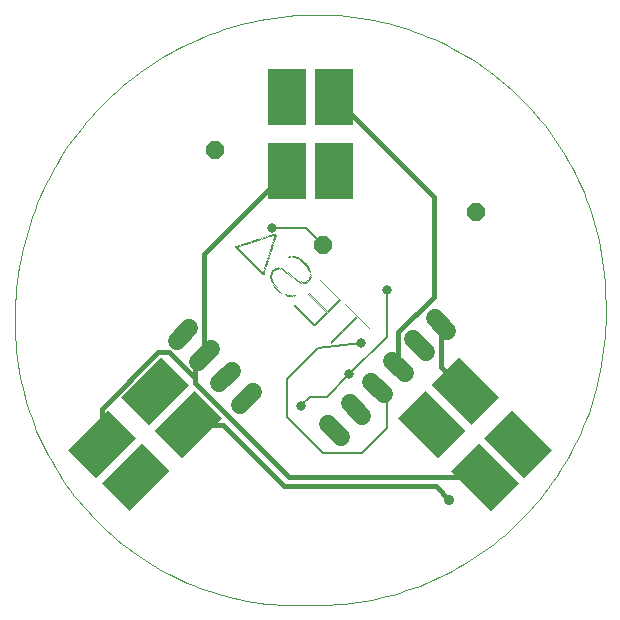
<source format=gbl>
G75*
%MOIN*%
%OFA0B0*%
%FSLAX24Y24*%
%IPPOS*%
%LPD*%
%AMOC8*
5,1,8,0,0,1.08239X$1,22.5*
%
%ADD10C,0.0000*%
%ADD11R,0.0290X0.0010*%
%ADD12R,0.0050X0.0010*%
%ADD13R,0.0900X0.0010*%
%ADD14R,0.0410X0.0010*%
%ADD15R,0.1310X0.0010*%
%ADD16R,0.0060X0.0010*%
%ADD17R,0.0950X0.0010*%
%ADD18R,0.0500X0.0010*%
%ADD19R,0.1330X0.0010*%
%ADD20R,0.0070X0.0010*%
%ADD21R,0.0970X0.0010*%
%ADD22R,0.0570X0.0010*%
%ADD23R,0.1350X0.0010*%
%ADD24R,0.0980X0.0010*%
%ADD25R,0.0630X0.0010*%
%ADD26R,0.0330X0.0010*%
%ADD27R,0.0040X0.0010*%
%ADD28R,0.0990X0.0010*%
%ADD29R,0.0250X0.0010*%
%ADD30R,0.0230X0.0010*%
%ADD31R,0.0210X0.0010*%
%ADD32R,0.0200X0.0010*%
%ADD33R,0.0190X0.0010*%
%ADD34R,0.0170X0.0010*%
%ADD35R,0.0080X0.0010*%
%ADD36R,0.0160X0.0010*%
%ADD37R,0.0150X0.0010*%
%ADD38R,0.0140X0.0010*%
%ADD39R,0.0130X0.0010*%
%ADD40R,0.0120X0.0010*%
%ADD41R,0.0110X0.0010*%
%ADD42R,0.0100X0.0010*%
%ADD43R,0.0090X0.0010*%
%ADD44R,0.0020X0.0010*%
%ADD45R,0.0180X0.0010*%
%ADD46R,0.0280X0.0010*%
%ADD47R,0.0940X0.0010*%
%ADD48R,0.0340X0.0010*%
%ADD49R,0.0440X0.0010*%
%ADD50R,0.0530X0.0010*%
%ADD51R,0.0540X0.0010*%
%ADD52R,0.0930X0.0010*%
%ADD53R,0.0450X0.0010*%
%ADD54R,0.0220X0.0010*%
%ADD55R,0.0010X0.0010*%
%ADD56R,0.1150X0.0010*%
%ADD57R,0.1170X0.0010*%
%ADD58R,0.0650X0.0010*%
%ADD59R,0.0610X0.0010*%
%ADD60R,0.1180X0.0010*%
%ADD61R,0.0550X0.0010*%
%ADD62R,0.0480X0.0010*%
%ADD63R,0.0400X0.0010*%
%ADD64C,0.0600*%
%ADD65C,0.0120*%
%ADD66R,0.1299X0.1890*%
%ADD67OC8,0.0600*%
%ADD68C,0.0160*%
%ADD69C,0.0317*%
%ADD70C,0.0080*%
%ADD71C,0.0356*%
D10*
X009172Y000100D02*
X010109Y000100D01*
X009172Y000100D02*
X008944Y000112D01*
X008716Y000130D01*
X008488Y000153D01*
X008261Y000182D01*
X008035Y000216D01*
X007810Y000255D01*
X007586Y000300D01*
X007363Y000351D01*
X007141Y000407D01*
X006921Y000468D01*
X006702Y000534D01*
X006485Y000606D01*
X006270Y000683D01*
X006056Y000765D01*
X005845Y000852D01*
X005636Y000945D01*
X005429Y001042D01*
X005225Y001144D01*
X005023Y001252D01*
X004823Y001364D01*
X004627Y001480D01*
X004433Y001602D01*
X004243Y001728D01*
X004055Y001859D01*
X003871Y001994D01*
X003690Y002134D01*
X003512Y002278D01*
X003338Y002426D01*
X003168Y002579D01*
X003001Y002735D01*
X002838Y002896D01*
X002679Y003060D01*
X002525Y003228D01*
X002374Y003400D01*
X002227Y003576D01*
X002085Y003755D01*
X001947Y003937D01*
X001814Y004123D01*
X001685Y004312D01*
X001560Y004503D01*
X001441Y004698D01*
X001326Y004896D01*
X001216Y005096D01*
X001110Y005299D01*
X001010Y005505D01*
X000915Y005712D01*
X000824Y005922D01*
X000739Y006135D01*
X000659Y006349D01*
X000584Y006565D01*
X000515Y006783D01*
X000450Y007002D01*
X000391Y007223D01*
X000338Y007445D01*
X000290Y007669D01*
X000247Y007893D01*
X000209Y008119D01*
X000177Y008345D01*
X000151Y008572D01*
X000130Y008800D01*
X000115Y009028D01*
X000105Y009256D01*
X000100Y009485D01*
X000101Y009714D01*
X000108Y009942D01*
X010110Y000100D02*
X010348Y000103D01*
X010585Y000112D01*
X010822Y000127D01*
X011059Y000148D01*
X011295Y000174D01*
X011530Y000206D01*
X011765Y000244D01*
X011998Y000288D01*
X012231Y000337D01*
X012462Y000392D01*
X012692Y000453D01*
X012920Y000519D01*
X013146Y000591D01*
X013371Y000669D01*
X013594Y000752D01*
X013814Y000840D01*
X014033Y000934D01*
X014249Y001033D01*
X014462Y001137D01*
X014673Y001247D01*
X014881Y001361D01*
X015086Y001481D01*
X015288Y001606D01*
X015488Y001735D01*
X015683Y001870D01*
X015876Y002009D01*
X016065Y002153D01*
X016251Y002302D01*
X016432Y002455D01*
X016610Y002612D01*
X016784Y002774D01*
X016954Y002940D01*
X017120Y003110D01*
X017282Y003284D01*
X017440Y003462D01*
X017593Y003644D01*
X017741Y003829D01*
X017885Y004018D01*
X018024Y004211D01*
X018159Y004407D01*
X018288Y004606D01*
X018413Y004808D01*
X018533Y005013D01*
X018647Y005221D01*
X018757Y005432D01*
X018861Y005646D01*
X018960Y005862D01*
X019054Y006080D01*
X019142Y006301D01*
X019225Y006523D01*
X019303Y006748D01*
X019375Y006974D01*
X019441Y007202D01*
X019502Y007432D01*
X019557Y007663D01*
X019606Y007896D01*
X019650Y008129D01*
X019688Y008364D01*
X019720Y008599D01*
X019746Y008835D01*
X019767Y009072D01*
X019782Y009309D01*
X019791Y009547D01*
X019794Y009784D01*
X019793Y009784D02*
X019793Y010184D01*
X019790Y010420D01*
X019781Y010655D01*
X019767Y010890D01*
X019747Y011125D01*
X019721Y011359D01*
X019689Y011593D01*
X019652Y011825D01*
X019609Y012057D01*
X019560Y012288D01*
X019505Y012517D01*
X019445Y012745D01*
X019380Y012971D01*
X019308Y013196D01*
X019232Y013418D01*
X019150Y013639D01*
X019062Y013858D01*
X018969Y014075D01*
X018871Y014289D01*
X018768Y014501D01*
X018659Y014710D01*
X018546Y014916D01*
X018427Y015120D01*
X018303Y015321D01*
X018175Y015518D01*
X018042Y015712D01*
X017904Y015903D01*
X017761Y016091D01*
X017614Y016275D01*
X017462Y016455D01*
X017306Y016632D01*
X017145Y016804D01*
X016981Y016973D01*
X016812Y017137D01*
X016640Y017298D01*
X016463Y017454D01*
X016283Y017606D01*
X016099Y017753D01*
X015911Y017896D01*
X015720Y018034D01*
X015526Y018167D01*
X015329Y018295D01*
X015128Y018419D01*
X014924Y018538D01*
X014718Y018651D01*
X014509Y018760D01*
X014297Y018863D01*
X014083Y018961D01*
X013866Y019054D01*
X013647Y019142D01*
X013426Y019224D01*
X013204Y019300D01*
X012979Y019372D01*
X012753Y019437D01*
X012525Y019497D01*
X012296Y019552D01*
X012065Y019601D01*
X011833Y019644D01*
X011601Y019681D01*
X011367Y019713D01*
X011133Y019739D01*
X010898Y019759D01*
X010663Y019773D01*
X010428Y019782D01*
X010192Y019785D01*
X010191Y019785D02*
X009948Y019782D01*
X009704Y019773D01*
X009461Y019759D01*
X009218Y019738D01*
X008976Y019712D01*
X008734Y019679D01*
X008493Y019641D01*
X008254Y019597D01*
X008015Y019548D01*
X007778Y019492D01*
X007542Y019431D01*
X007307Y019364D01*
X007074Y019292D01*
X006844Y019214D01*
X006615Y019130D01*
X006388Y019041D01*
X006163Y018946D01*
X005941Y018846D01*
X005721Y018741D01*
X005504Y018630D01*
X005289Y018514D01*
X005078Y018393D01*
X004869Y018267D01*
X004664Y018136D01*
X004461Y018000D01*
X004262Y017859D01*
X004067Y017713D01*
X003875Y017563D01*
X003687Y017408D01*
X003503Y017249D01*
X003322Y017085D01*
X003146Y016917D01*
X002973Y016745D01*
X002805Y016568D01*
X002641Y016388D01*
X002482Y016203D01*
X002327Y016015D01*
X002177Y015823D01*
X002031Y015628D01*
X001890Y015429D01*
X001754Y015226D01*
X001623Y015021D01*
X001497Y014812D01*
X001376Y014601D01*
X001260Y014386D01*
X001149Y014169D01*
X001044Y013949D01*
X000944Y013727D01*
X000849Y013502D01*
X000760Y013276D01*
X000676Y013047D01*
X000598Y012816D01*
X000526Y012583D01*
X000459Y012349D01*
X000398Y012113D01*
X000342Y011875D01*
X000293Y011637D01*
X000249Y011397D01*
X000211Y011156D01*
X000178Y010914D01*
X000152Y010672D01*
X000131Y010429D01*
X000117Y010186D01*
X000108Y009942D01*
D11*
G36*
X008662Y010892D02*
X008866Y010688D01*
X008858Y010680D01*
X008654Y010884D01*
X008662Y010892D01*
G37*
G36*
X008761Y010722D02*
X008965Y010518D01*
X008957Y010510D01*
X008753Y010714D01*
X008761Y010722D01*
G37*
G36*
X009680Y011627D02*
X009884Y011423D01*
X009876Y011415D01*
X009672Y011619D01*
X009680Y011627D01*
G37*
D12*
G36*
X009205Y011705D02*
X009240Y011670D01*
X009233Y011663D01*
X009198Y011698D01*
X009205Y011705D01*
G37*
G36*
X009453Y010468D02*
X009488Y010433D01*
X009481Y010426D01*
X009446Y010461D01*
X009453Y010468D01*
G37*
G36*
X010662Y008820D02*
X010627Y008855D01*
X010634Y008862D01*
X010669Y008827D01*
X010662Y008820D01*
G37*
D13*
G36*
X009425Y010071D02*
X010060Y009436D01*
X010053Y009429D01*
X009418Y010064D01*
X009425Y010071D01*
G37*
D14*
G36*
X008725Y010771D02*
X009014Y010482D01*
X009007Y010475D01*
X008718Y010764D01*
X008725Y010771D01*
G37*
D15*
G36*
X007459Y012037D02*
X008384Y011112D01*
X008377Y011105D01*
X007452Y012030D01*
X007459Y012037D01*
G37*
D16*
G36*
X008810Y012511D02*
X008851Y012470D01*
X008844Y012463D01*
X008803Y012504D01*
X008810Y012511D01*
G37*
G36*
X009220Y011719D02*
X009261Y011678D01*
X009254Y011671D01*
X009213Y011712D01*
X009220Y011719D01*
G37*
G36*
X009213Y011711D02*
X009254Y011670D01*
X009247Y011663D01*
X009206Y011704D01*
X009213Y011711D01*
G37*
G36*
X008746Y011301D02*
X008787Y011260D01*
X008780Y011253D01*
X008739Y011294D01*
X008746Y011301D01*
G37*
G36*
X009439Y010467D02*
X009480Y010426D01*
X009473Y010419D01*
X009432Y010460D01*
X009439Y010467D01*
G37*
G36*
X010910Y010297D02*
X010951Y010256D01*
X010944Y010249D01*
X010903Y010290D01*
X010910Y010297D01*
G37*
G36*
X010634Y008876D02*
X010675Y008835D01*
X010668Y008828D01*
X010627Y008869D01*
X010634Y008876D01*
G37*
D17*
G36*
X009418Y010093D02*
X010089Y009422D01*
X010082Y009415D01*
X009411Y010086D01*
X009418Y010093D01*
G37*
G36*
X009870Y010503D02*
X010541Y009832D01*
X010534Y009825D01*
X009863Y010496D01*
X009870Y010503D01*
G37*
G36*
X009877Y010510D02*
X010548Y009839D01*
X010541Y009832D01*
X009870Y010503D01*
X009877Y010510D01*
G37*
G36*
X009884Y010517D02*
X010555Y009846D01*
X010548Y009839D01*
X009877Y010510D01*
X009884Y010517D01*
G37*
G36*
X010309Y010984D02*
X010980Y010313D01*
X010973Y010306D01*
X010302Y010977D01*
X010309Y010984D01*
G37*
D18*
G36*
X009205Y011224D02*
X009558Y010871D01*
X009551Y010864D01*
X009198Y011217D01*
X009205Y011224D01*
G37*
G36*
X009078Y011309D02*
X009431Y010956D01*
X009424Y010949D01*
X009071Y011302D01*
X009078Y011309D01*
G37*
G36*
X008703Y010807D02*
X009056Y010454D01*
X009049Y010447D01*
X008696Y010800D01*
X008703Y010807D01*
G37*
D19*
G36*
X007459Y012051D02*
X008398Y011112D01*
X008391Y011105D01*
X007452Y012044D01*
X007459Y012051D01*
G37*
G36*
X007488Y012079D02*
X008427Y011140D01*
X008420Y011133D01*
X007481Y012072D01*
X007488Y012079D01*
G37*
G36*
X007495Y012086D02*
X008434Y011147D01*
X008427Y011140D01*
X007488Y012079D01*
X007495Y012086D01*
G37*
D20*
G36*
X007777Y012172D02*
X007826Y012123D01*
X007819Y012116D01*
X007770Y012165D01*
X007777Y012172D01*
G37*
G36*
X008215Y012313D02*
X008264Y012264D01*
X008257Y012257D01*
X008208Y012306D01*
X008215Y012313D01*
G37*
G36*
X008739Y012327D02*
X008788Y012278D01*
X008781Y012271D01*
X008732Y012320D01*
X008739Y012327D01*
G37*
G36*
X008802Y012504D02*
X008851Y012455D01*
X008844Y012448D01*
X008795Y012497D01*
X008802Y012504D01*
G37*
G36*
X009234Y011733D02*
X009283Y011684D01*
X009276Y011677D01*
X009227Y011726D01*
X009234Y011733D01*
G37*
G36*
X009227Y011726D02*
X009276Y011677D01*
X009269Y011670D01*
X009220Y011719D01*
X009227Y011726D01*
G37*
G36*
X009248Y011733D02*
X009297Y011684D01*
X009290Y011677D01*
X009241Y011726D01*
X009248Y011733D01*
G37*
G36*
X009255Y011740D02*
X009304Y011691D01*
X009297Y011684D01*
X009248Y011733D01*
X009255Y011740D01*
G37*
G36*
X009276Y011747D02*
X009325Y011698D01*
X009318Y011691D01*
X009269Y011740D01*
X009276Y011747D01*
G37*
G36*
X009290Y011747D02*
X009339Y011698D01*
X009332Y011691D01*
X009283Y011740D01*
X009290Y011747D01*
G37*
G36*
X009764Y011556D02*
X009813Y011507D01*
X009806Y011500D01*
X009757Y011549D01*
X009764Y011556D01*
G37*
G36*
X009912Y010998D02*
X009961Y010949D01*
X009954Y010942D01*
X009905Y010991D01*
X009912Y010998D01*
G37*
G36*
X009905Y010991D02*
X009954Y010942D01*
X009947Y010935D01*
X009898Y010984D01*
X009905Y010991D01*
G37*
G36*
X009898Y010969D02*
X009947Y010920D01*
X009940Y010913D01*
X009891Y010962D01*
X009898Y010969D01*
G37*
G36*
X009891Y010962D02*
X009940Y010913D01*
X009933Y010906D01*
X009884Y010955D01*
X009891Y010962D01*
G37*
G36*
X009884Y010955D02*
X009933Y010906D01*
X009926Y010899D01*
X009877Y010948D01*
X009884Y010955D01*
G37*
G36*
X009877Y010948D02*
X009926Y010899D01*
X009919Y010892D01*
X009870Y010941D01*
X009877Y010948D01*
G37*
G36*
X009870Y010941D02*
X009919Y010892D01*
X009912Y010885D01*
X009863Y010934D01*
X009870Y010941D01*
G37*
G36*
X009863Y010934D02*
X009912Y010885D01*
X009905Y010878D01*
X009856Y010927D01*
X009863Y010934D01*
G37*
G36*
X009856Y010927D02*
X009905Y010878D01*
X009898Y010871D01*
X009849Y010920D01*
X009856Y010927D01*
G37*
G36*
X009835Y010920D02*
X009884Y010871D01*
X009877Y010864D01*
X009828Y010913D01*
X009835Y010920D01*
G37*
G36*
X009828Y010913D02*
X009877Y010864D01*
X009870Y010857D01*
X009821Y010906D01*
X009828Y010913D01*
G37*
G36*
X009821Y010906D02*
X009870Y010857D01*
X009863Y010850D01*
X009814Y010899D01*
X009821Y010906D01*
G37*
G36*
X009813Y010899D02*
X009862Y010850D01*
X009855Y010843D01*
X009806Y010892D01*
X009813Y010899D01*
G37*
G36*
X009792Y010892D02*
X009841Y010843D01*
X009834Y010836D01*
X009785Y010885D01*
X009792Y010892D01*
G37*
G36*
X009849Y010920D02*
X009898Y010871D01*
X009891Y010864D01*
X009842Y010913D01*
X009849Y010920D01*
G37*
G36*
X009432Y010460D02*
X009481Y010411D01*
X009474Y010404D01*
X009425Y010453D01*
X009432Y010460D01*
G37*
G36*
X009417Y010460D02*
X009466Y010411D01*
X009459Y010404D01*
X009410Y010453D01*
X009417Y010460D01*
G37*
G36*
X009410Y010453D02*
X009459Y010404D01*
X009452Y010397D01*
X009403Y010446D01*
X009410Y010453D01*
G37*
G36*
X009389Y010446D02*
X009438Y010397D01*
X009431Y010390D01*
X009382Y010439D01*
X009389Y010446D01*
G37*
G36*
X009403Y010446D02*
X009452Y010397D01*
X009445Y010390D01*
X009396Y010439D01*
X009403Y010446D01*
G37*
G36*
X008647Y011175D02*
X008696Y011126D01*
X008689Y011119D01*
X008640Y011168D01*
X008647Y011175D01*
G37*
G36*
X008654Y011196D02*
X008703Y011147D01*
X008696Y011140D01*
X008647Y011189D01*
X008654Y011196D01*
G37*
G36*
X008668Y011224D02*
X008717Y011175D01*
X008710Y011168D01*
X008661Y011217D01*
X008668Y011224D01*
G37*
G36*
X008675Y011231D02*
X008724Y011182D01*
X008717Y011175D01*
X008668Y011224D01*
X008675Y011231D01*
G37*
G36*
X008682Y011252D02*
X008731Y011203D01*
X008724Y011196D01*
X008675Y011245D01*
X008682Y011252D01*
G37*
G36*
X008689Y011259D02*
X008738Y011210D01*
X008731Y011203D01*
X008682Y011252D01*
X008689Y011259D01*
G37*
G36*
X008696Y011266D02*
X008745Y011217D01*
X008738Y011210D01*
X008689Y011259D01*
X008696Y011266D01*
G37*
G36*
X008703Y011274D02*
X008752Y011225D01*
X008745Y011218D01*
X008696Y011267D01*
X008703Y011274D01*
G37*
G36*
X008710Y011281D02*
X008759Y011232D01*
X008752Y011225D01*
X008703Y011274D01*
X008710Y011281D01*
G37*
G36*
X008717Y011288D02*
X008766Y011239D01*
X008759Y011232D01*
X008710Y011281D01*
X008717Y011288D01*
G37*
G36*
X008725Y011295D02*
X008774Y011246D01*
X008767Y011239D01*
X008718Y011288D01*
X008725Y011295D01*
G37*
G36*
X008732Y011302D02*
X008781Y011253D01*
X008774Y011246D01*
X008725Y011295D01*
X008732Y011302D01*
G37*
G36*
X008760Y011316D02*
X008809Y011267D01*
X008802Y011260D01*
X008753Y011309D01*
X008760Y011316D01*
G37*
G36*
X008767Y011323D02*
X008816Y011274D01*
X008809Y011267D01*
X008760Y011316D01*
X008767Y011323D01*
G37*
G36*
X008774Y011330D02*
X008823Y011281D01*
X008816Y011274D01*
X008767Y011323D01*
X008774Y011330D01*
G37*
G36*
X008795Y011337D02*
X008844Y011288D01*
X008837Y011281D01*
X008788Y011330D01*
X008795Y011337D01*
G37*
G36*
X008682Y011238D02*
X008731Y011189D01*
X008724Y011182D01*
X008675Y011231D01*
X008682Y011238D01*
G37*
G36*
X008661Y011203D02*
X008710Y011154D01*
X008703Y011147D01*
X008654Y011196D01*
X008661Y011203D01*
G37*
G36*
X010245Y009633D02*
X010294Y009584D01*
X010287Y009577D01*
X010238Y009626D01*
X010245Y009633D01*
G37*
G36*
X010252Y009640D02*
X010301Y009591D01*
X010294Y009584D01*
X010245Y009633D01*
X010252Y009640D01*
G37*
G36*
X010259Y009647D02*
X010308Y009598D01*
X010301Y009591D01*
X010252Y009640D01*
X010259Y009647D01*
G37*
G36*
X010266Y009654D02*
X010315Y009605D01*
X010308Y009598D01*
X010259Y009647D01*
X010266Y009654D01*
G37*
G36*
X010273Y009661D02*
X010322Y009612D01*
X010315Y009605D01*
X010266Y009654D01*
X010273Y009661D01*
G37*
G36*
X010280Y009668D02*
X010329Y009619D01*
X010322Y009612D01*
X010273Y009661D01*
X010280Y009668D01*
G37*
G36*
X010287Y009675D02*
X010336Y009626D01*
X010329Y009619D01*
X010280Y009668D01*
X010287Y009675D01*
G37*
G36*
X010294Y009683D02*
X010343Y009634D01*
X010336Y009627D01*
X010287Y009676D01*
X010294Y009683D01*
G37*
G36*
X010301Y009690D02*
X010350Y009641D01*
X010343Y009634D01*
X010294Y009683D01*
X010301Y009690D01*
G37*
G36*
X010308Y009697D02*
X010357Y009648D01*
X010350Y009641D01*
X010301Y009690D01*
X010308Y009697D01*
G37*
G36*
X010316Y009704D02*
X010365Y009655D01*
X010358Y009648D01*
X010309Y009697D01*
X010316Y009704D01*
G37*
G36*
X010323Y009711D02*
X010372Y009662D01*
X010365Y009655D01*
X010316Y009704D01*
X010323Y009711D01*
G37*
G36*
X010330Y009718D02*
X010379Y009669D01*
X010372Y009662D01*
X010323Y009711D01*
X010330Y009718D01*
G37*
G36*
X010337Y009725D02*
X010386Y009676D01*
X010379Y009669D01*
X010330Y009718D01*
X010337Y009725D01*
G37*
G36*
X010344Y009732D02*
X010393Y009683D01*
X010386Y009676D01*
X010337Y009725D01*
X010344Y009732D01*
G37*
G36*
X010351Y009739D02*
X010400Y009690D01*
X010393Y009683D01*
X010344Y009732D01*
X010351Y009739D01*
G37*
G36*
X010358Y009746D02*
X010407Y009697D01*
X010400Y009690D01*
X010351Y009739D01*
X010358Y009746D01*
G37*
G36*
X010365Y009753D02*
X010414Y009704D01*
X010407Y009697D01*
X010358Y009746D01*
X010365Y009753D01*
G37*
G36*
X010372Y009760D02*
X010421Y009711D01*
X010414Y009704D01*
X010365Y009753D01*
X010372Y009760D01*
G37*
G36*
X010379Y009767D02*
X010428Y009718D01*
X010421Y009711D01*
X010372Y009760D01*
X010379Y009767D01*
G37*
G36*
X010386Y009774D02*
X010435Y009725D01*
X010428Y009718D01*
X010379Y009767D01*
X010386Y009774D01*
G37*
G36*
X010393Y009782D02*
X010442Y009733D01*
X010435Y009726D01*
X010386Y009775D01*
X010393Y009782D01*
G37*
G36*
X010400Y009789D02*
X010449Y009740D01*
X010442Y009733D01*
X010393Y009782D01*
X010400Y009789D01*
G37*
G36*
X010407Y009796D02*
X010456Y009747D01*
X010449Y009740D01*
X010400Y009789D01*
X010407Y009796D01*
G37*
G36*
X010415Y009803D02*
X010464Y009754D01*
X010457Y009747D01*
X010408Y009796D01*
X010415Y009803D01*
G37*
G36*
X010422Y009810D02*
X010471Y009761D01*
X010464Y009754D01*
X010415Y009803D01*
X010422Y009810D01*
G37*
G36*
X010429Y009817D02*
X010478Y009768D01*
X010471Y009761D01*
X010422Y009810D01*
X010429Y009817D01*
G37*
G36*
X010436Y009824D02*
X010485Y009775D01*
X010478Y009768D01*
X010429Y009817D01*
X010436Y009824D01*
G37*
G36*
X010443Y009831D02*
X010492Y009782D01*
X010485Y009775D01*
X010436Y009824D01*
X010443Y009831D01*
G37*
G36*
X010450Y009838D02*
X010499Y009789D01*
X010492Y009782D01*
X010443Y009831D01*
X010450Y009838D01*
G37*
G36*
X010457Y009845D02*
X010506Y009796D01*
X010499Y009789D01*
X010450Y009838D01*
X010457Y009845D01*
G37*
G36*
X010464Y009852D02*
X010513Y009803D01*
X010506Y009796D01*
X010457Y009845D01*
X010464Y009852D01*
G37*
G36*
X010471Y009859D02*
X010520Y009810D01*
X010513Y009803D01*
X010464Y009852D01*
X010471Y009859D01*
G37*
G36*
X010478Y009866D02*
X010527Y009817D01*
X010520Y009810D01*
X010471Y009859D01*
X010478Y009866D01*
G37*
G36*
X010528Y009916D02*
X010577Y009867D01*
X010570Y009860D01*
X010521Y009909D01*
X010528Y009916D01*
G37*
G36*
X010535Y009923D02*
X010584Y009874D01*
X010577Y009867D01*
X010528Y009916D01*
X010535Y009923D01*
G37*
G36*
X010542Y009930D02*
X010591Y009881D01*
X010584Y009874D01*
X010535Y009923D01*
X010542Y009930D01*
G37*
G36*
X010549Y009937D02*
X010598Y009888D01*
X010591Y009881D01*
X010542Y009930D01*
X010549Y009937D01*
G37*
G36*
X010556Y009944D02*
X010605Y009895D01*
X010598Y009888D01*
X010549Y009937D01*
X010556Y009944D01*
G37*
G36*
X010563Y009951D02*
X010612Y009902D01*
X010605Y009895D01*
X010556Y009944D01*
X010563Y009951D01*
G37*
G36*
X010570Y009958D02*
X010619Y009909D01*
X010612Y009902D01*
X010563Y009951D01*
X010570Y009958D01*
G37*
G36*
X010577Y009965D02*
X010626Y009916D01*
X010619Y009909D01*
X010570Y009958D01*
X010577Y009965D01*
G37*
G36*
X010584Y009972D02*
X010633Y009923D01*
X010626Y009916D01*
X010577Y009965D01*
X010584Y009972D01*
G37*
G36*
X010591Y009980D02*
X010640Y009931D01*
X010633Y009924D01*
X010584Y009973D01*
X010591Y009980D01*
G37*
G36*
X010598Y009987D02*
X010647Y009938D01*
X010640Y009931D01*
X010591Y009980D01*
X010598Y009987D01*
G37*
G36*
X010605Y009994D02*
X010654Y009945D01*
X010647Y009938D01*
X010598Y009987D01*
X010605Y009994D01*
G37*
G36*
X010612Y010001D02*
X010661Y009952D01*
X010654Y009945D01*
X010605Y009994D01*
X010612Y010001D01*
G37*
G36*
X010620Y010008D02*
X010669Y009959D01*
X010662Y009952D01*
X010613Y010001D01*
X010620Y010008D01*
G37*
G36*
X010627Y010015D02*
X010676Y009966D01*
X010669Y009959D01*
X010620Y010008D01*
X010627Y010015D01*
G37*
G36*
X010634Y010022D02*
X010683Y009973D01*
X010676Y009966D01*
X010627Y010015D01*
X010634Y010022D01*
G37*
G36*
X010641Y010029D02*
X010690Y009980D01*
X010683Y009973D01*
X010634Y010022D01*
X010641Y010029D01*
G37*
G36*
X010648Y010036D02*
X010697Y009987D01*
X010690Y009980D01*
X010641Y010029D01*
X010648Y010036D01*
G37*
G36*
X010655Y010043D02*
X010704Y009994D01*
X010697Y009987D01*
X010648Y010036D01*
X010655Y010043D01*
G37*
G36*
X010662Y010050D02*
X010711Y010001D01*
X010704Y009994D01*
X010655Y010043D01*
X010662Y010050D01*
G37*
G36*
X010669Y010057D02*
X010718Y010008D01*
X010711Y010001D01*
X010662Y010050D01*
X010669Y010057D01*
G37*
G36*
X010676Y010064D02*
X010725Y010015D01*
X010718Y010008D01*
X010669Y010057D01*
X010676Y010064D01*
G37*
G36*
X010683Y010071D02*
X010732Y010022D01*
X010725Y010015D01*
X010676Y010064D01*
X010683Y010071D01*
G37*
G36*
X010690Y010079D02*
X010739Y010030D01*
X010732Y010023D01*
X010683Y010072D01*
X010690Y010079D01*
G37*
G36*
X010697Y010086D02*
X010746Y010037D01*
X010739Y010030D01*
X010690Y010079D01*
X010697Y010086D01*
G37*
G36*
X010704Y010093D02*
X010753Y010044D01*
X010746Y010037D01*
X010697Y010086D01*
X010704Y010093D01*
G37*
G36*
X010711Y010100D02*
X010760Y010051D01*
X010753Y010044D01*
X010704Y010093D01*
X010711Y010100D01*
G37*
G36*
X010719Y010107D02*
X010768Y010058D01*
X010761Y010051D01*
X010712Y010100D01*
X010719Y010107D01*
G37*
G36*
X010726Y010114D02*
X010775Y010065D01*
X010768Y010058D01*
X010719Y010107D01*
X010726Y010114D01*
G37*
G36*
X010733Y010121D02*
X010782Y010072D01*
X010775Y010065D01*
X010726Y010114D01*
X010733Y010121D01*
G37*
G36*
X010740Y010128D02*
X010789Y010079D01*
X010782Y010072D01*
X010733Y010121D01*
X010740Y010128D01*
G37*
G36*
X010747Y010135D02*
X010796Y010086D01*
X010789Y010079D01*
X010740Y010128D01*
X010747Y010135D01*
G37*
G36*
X010754Y010142D02*
X010803Y010093D01*
X010796Y010086D01*
X010747Y010135D01*
X010754Y010142D01*
G37*
G36*
X010761Y010149D02*
X010810Y010100D01*
X010803Y010093D01*
X010754Y010142D01*
X010761Y010149D01*
G37*
G36*
X010768Y010156D02*
X010817Y010107D01*
X010810Y010100D01*
X010761Y010149D01*
X010768Y010156D01*
G37*
G36*
X010775Y010163D02*
X010824Y010114D01*
X010817Y010107D01*
X010768Y010156D01*
X010775Y010163D01*
G37*
G36*
X010782Y010170D02*
X010831Y010121D01*
X010824Y010114D01*
X010775Y010163D01*
X010782Y010170D01*
G37*
G36*
X010789Y010178D02*
X010838Y010129D01*
X010831Y010122D01*
X010782Y010171D01*
X010789Y010178D01*
G37*
G36*
X010796Y010185D02*
X010845Y010136D01*
X010838Y010129D01*
X010789Y010178D01*
X010796Y010185D01*
G37*
G36*
X010803Y010192D02*
X010852Y010143D01*
X010845Y010136D01*
X010796Y010185D01*
X010803Y010192D01*
G37*
G36*
X010810Y010199D02*
X010859Y010150D01*
X010852Y010143D01*
X010803Y010192D01*
X010810Y010199D01*
G37*
G36*
X010818Y010206D02*
X010867Y010157D01*
X010860Y010150D01*
X010811Y010199D01*
X010818Y010206D01*
G37*
G36*
X010825Y010213D02*
X010874Y010164D01*
X010867Y010157D01*
X010818Y010206D01*
X010825Y010213D01*
G37*
G36*
X010832Y010220D02*
X010881Y010171D01*
X010874Y010164D01*
X010825Y010213D01*
X010832Y010220D01*
G37*
G36*
X010839Y010227D02*
X010888Y010178D01*
X010881Y010171D01*
X010832Y010220D01*
X010839Y010227D01*
G37*
G36*
X010846Y010234D02*
X010895Y010185D01*
X010888Y010178D01*
X010839Y010227D01*
X010846Y010234D01*
G37*
G36*
X010853Y010241D02*
X010902Y010192D01*
X010895Y010185D01*
X010846Y010234D01*
X010853Y010241D01*
G37*
G36*
X010860Y010248D02*
X010909Y010199D01*
X010902Y010192D01*
X010853Y010241D01*
X010860Y010248D01*
G37*
G36*
X010867Y010255D02*
X010916Y010206D01*
X010909Y010199D01*
X010860Y010248D01*
X010867Y010255D01*
G37*
G36*
X010874Y010262D02*
X010923Y010213D01*
X010916Y010206D01*
X010867Y010255D01*
X010874Y010262D01*
G37*
G36*
X010881Y010269D02*
X010930Y010220D01*
X010923Y010213D01*
X010874Y010262D01*
X010881Y010269D01*
G37*
G36*
X010888Y010277D02*
X010937Y010228D01*
X010930Y010221D01*
X010881Y010270D01*
X010888Y010277D01*
G37*
G36*
X010895Y010284D02*
X010944Y010235D01*
X010937Y010228D01*
X010888Y010277D01*
X010895Y010284D01*
G37*
G36*
X010902Y010291D02*
X010951Y010242D01*
X010944Y010235D01*
X010895Y010284D01*
X010902Y010291D01*
G37*
G36*
X011482Y009725D02*
X011531Y009676D01*
X011524Y009669D01*
X011475Y009718D01*
X011482Y009725D01*
G37*
G36*
X011475Y009718D02*
X011524Y009669D01*
X011517Y009662D01*
X011468Y009711D01*
X011475Y009718D01*
G37*
G36*
X011468Y009711D02*
X011517Y009662D01*
X011510Y009655D01*
X011461Y009704D01*
X011468Y009711D01*
G37*
G36*
X011461Y009704D02*
X011510Y009655D01*
X011503Y009648D01*
X011454Y009697D01*
X011461Y009704D01*
G37*
G36*
X011454Y009697D02*
X011503Y009648D01*
X011496Y009641D01*
X011447Y009690D01*
X011454Y009697D01*
G37*
G36*
X011447Y009690D02*
X011496Y009641D01*
X011489Y009634D01*
X011440Y009683D01*
X011447Y009690D01*
G37*
G36*
X011440Y009683D02*
X011489Y009634D01*
X011482Y009627D01*
X011433Y009676D01*
X011440Y009683D01*
G37*
G36*
X011433Y009675D02*
X011482Y009626D01*
X011475Y009619D01*
X011426Y009668D01*
X011433Y009675D01*
G37*
G36*
X011426Y009668D02*
X011475Y009619D01*
X011468Y009612D01*
X011419Y009661D01*
X011426Y009668D01*
G37*
G36*
X011419Y009661D02*
X011468Y009612D01*
X011461Y009605D01*
X011412Y009654D01*
X011419Y009661D01*
G37*
G36*
X011412Y009654D02*
X011461Y009605D01*
X011454Y009598D01*
X011405Y009647D01*
X011412Y009654D01*
G37*
G36*
X011404Y009647D02*
X011453Y009598D01*
X011446Y009591D01*
X011397Y009640D01*
X011404Y009647D01*
G37*
G36*
X011397Y009640D02*
X011446Y009591D01*
X011439Y009584D01*
X011390Y009633D01*
X011397Y009640D01*
G37*
G36*
X011390Y009633D02*
X011439Y009584D01*
X011432Y009577D01*
X011383Y009626D01*
X011390Y009633D01*
G37*
G36*
X011383Y009626D02*
X011432Y009577D01*
X011425Y009570D01*
X011376Y009619D01*
X011383Y009626D01*
G37*
G36*
X011376Y009619D02*
X011425Y009570D01*
X011418Y009563D01*
X011369Y009612D01*
X011376Y009619D01*
G37*
G36*
X011369Y009612D02*
X011418Y009563D01*
X011411Y009556D01*
X011362Y009605D01*
X011369Y009612D01*
G37*
G36*
X011362Y009605D02*
X011411Y009556D01*
X011404Y009549D01*
X011355Y009598D01*
X011362Y009605D01*
G37*
G36*
X011355Y009598D02*
X011404Y009549D01*
X011397Y009542D01*
X011348Y009591D01*
X011355Y009598D01*
G37*
G36*
X011348Y009591D02*
X011397Y009542D01*
X011390Y009535D01*
X011341Y009584D01*
X011348Y009591D01*
G37*
G36*
X011341Y009584D02*
X011390Y009535D01*
X011383Y009528D01*
X011334Y009577D01*
X011341Y009584D01*
G37*
G36*
X011334Y009576D02*
X011383Y009527D01*
X011376Y009520D01*
X011327Y009569D01*
X011334Y009576D01*
G37*
G36*
X011327Y009569D02*
X011376Y009520D01*
X011369Y009513D01*
X011320Y009562D01*
X011327Y009569D01*
G37*
G36*
X011320Y009562D02*
X011369Y009513D01*
X011362Y009506D01*
X011313Y009555D01*
X011320Y009562D01*
G37*
G36*
X011313Y009555D02*
X011362Y009506D01*
X011355Y009499D01*
X011306Y009548D01*
X011313Y009555D01*
G37*
G36*
X011305Y009548D02*
X011354Y009499D01*
X011347Y009492D01*
X011298Y009541D01*
X011305Y009548D01*
G37*
G36*
X011298Y009541D02*
X011347Y009492D01*
X011340Y009485D01*
X011291Y009534D01*
X011298Y009541D01*
G37*
G36*
X011291Y009534D02*
X011340Y009485D01*
X011333Y009478D01*
X011284Y009527D01*
X011291Y009534D01*
G37*
G36*
X011284Y009527D02*
X011333Y009478D01*
X011326Y009471D01*
X011277Y009520D01*
X011284Y009527D01*
G37*
G36*
X011277Y009520D02*
X011326Y009471D01*
X011319Y009464D01*
X011270Y009513D01*
X011277Y009520D01*
G37*
G36*
X011270Y009513D02*
X011319Y009464D01*
X011312Y009457D01*
X011263Y009506D01*
X011270Y009513D01*
G37*
G36*
X011263Y009506D02*
X011312Y009457D01*
X011305Y009450D01*
X011256Y009499D01*
X011263Y009506D01*
G37*
G36*
X011256Y009499D02*
X011305Y009450D01*
X011298Y009443D01*
X011249Y009492D01*
X011256Y009499D01*
G37*
G36*
X011249Y009492D02*
X011298Y009443D01*
X011291Y009436D01*
X011242Y009485D01*
X011249Y009492D01*
G37*
G36*
X011242Y009485D02*
X011291Y009436D01*
X011284Y009429D01*
X011235Y009478D01*
X011242Y009485D01*
G37*
G36*
X011235Y009477D02*
X011284Y009428D01*
X011277Y009421D01*
X011228Y009470D01*
X011235Y009477D01*
G37*
G36*
X011228Y009470D02*
X011277Y009421D01*
X011270Y009414D01*
X011221Y009463D01*
X011228Y009470D01*
G37*
G36*
X011221Y009463D02*
X011270Y009414D01*
X011263Y009407D01*
X011214Y009456D01*
X011221Y009463D01*
G37*
G36*
X011214Y009456D02*
X011263Y009407D01*
X011256Y009400D01*
X011207Y009449D01*
X011214Y009456D01*
G37*
G36*
X011206Y009449D02*
X011255Y009400D01*
X011248Y009393D01*
X011199Y009442D01*
X011206Y009449D01*
G37*
G36*
X011199Y009442D02*
X011248Y009393D01*
X011241Y009386D01*
X011192Y009435D01*
X011199Y009442D01*
G37*
G36*
X011192Y009435D02*
X011241Y009386D01*
X011234Y009379D01*
X011185Y009428D01*
X011192Y009435D01*
G37*
G36*
X011185Y009428D02*
X011234Y009379D01*
X011227Y009372D01*
X011178Y009421D01*
X011185Y009428D01*
G37*
G36*
X011178Y009421D02*
X011227Y009372D01*
X011220Y009365D01*
X011171Y009414D01*
X011178Y009421D01*
G37*
G36*
X011171Y009414D02*
X011220Y009365D01*
X011213Y009358D01*
X011164Y009407D01*
X011171Y009414D01*
G37*
G36*
X011164Y009407D02*
X011213Y009358D01*
X011206Y009351D01*
X011157Y009400D01*
X011164Y009407D01*
G37*
G36*
X011157Y009400D02*
X011206Y009351D01*
X011199Y009344D01*
X011150Y009393D01*
X011157Y009400D01*
G37*
G36*
X011150Y009393D02*
X011199Y009344D01*
X011192Y009337D01*
X011143Y009386D01*
X011150Y009393D01*
G37*
G36*
X011143Y009386D02*
X011192Y009337D01*
X011185Y009330D01*
X011136Y009379D01*
X011143Y009386D01*
G37*
G36*
X011136Y009379D02*
X011185Y009330D01*
X011178Y009323D01*
X011129Y009372D01*
X011136Y009379D01*
G37*
G36*
X011129Y009371D02*
X011178Y009322D01*
X011171Y009315D01*
X011122Y009364D01*
X011129Y009371D01*
G37*
G36*
X011122Y009364D02*
X011171Y009315D01*
X011164Y009308D01*
X011115Y009357D01*
X011122Y009364D01*
G37*
G36*
X011115Y009357D02*
X011164Y009308D01*
X011157Y009301D01*
X011108Y009350D01*
X011115Y009357D01*
G37*
G36*
X011107Y009350D02*
X011156Y009301D01*
X011149Y009294D01*
X011100Y009343D01*
X011107Y009350D01*
G37*
G36*
X011100Y009343D02*
X011149Y009294D01*
X011142Y009287D01*
X011093Y009336D01*
X011100Y009343D01*
G37*
G36*
X011093Y009336D02*
X011142Y009287D01*
X011135Y009280D01*
X011086Y009329D01*
X011093Y009336D01*
G37*
G36*
X011086Y009329D02*
X011135Y009280D01*
X011128Y009273D01*
X011079Y009322D01*
X011086Y009329D01*
G37*
G36*
X011079Y009322D02*
X011128Y009273D01*
X011121Y009266D01*
X011072Y009315D01*
X011079Y009322D01*
G37*
G36*
X011072Y009315D02*
X011121Y009266D01*
X011114Y009259D01*
X011065Y009308D01*
X011072Y009315D01*
G37*
G36*
X011065Y009308D02*
X011114Y009259D01*
X011107Y009252D01*
X011058Y009301D01*
X011065Y009308D01*
G37*
G36*
X011058Y009301D02*
X011107Y009252D01*
X011100Y009245D01*
X011051Y009294D01*
X011058Y009301D01*
G37*
G36*
X011051Y009294D02*
X011100Y009245D01*
X011093Y009238D01*
X011044Y009287D01*
X011051Y009294D01*
G37*
G36*
X011044Y009287D02*
X011093Y009238D01*
X011086Y009231D01*
X011037Y009280D01*
X011044Y009287D01*
G37*
G36*
X011037Y009280D02*
X011086Y009231D01*
X011079Y009224D01*
X011030Y009273D01*
X011037Y009280D01*
G37*
G36*
X011030Y009272D02*
X011079Y009223D01*
X011072Y009216D01*
X011023Y009265D01*
X011030Y009272D01*
G37*
G36*
X011023Y009265D02*
X011072Y009216D01*
X011065Y009209D01*
X011016Y009258D01*
X011023Y009265D01*
G37*
G36*
X011016Y009258D02*
X011065Y009209D01*
X011058Y009202D01*
X011009Y009251D01*
X011016Y009258D01*
G37*
G36*
X011008Y009251D02*
X011057Y009202D01*
X011050Y009195D01*
X011001Y009244D01*
X011008Y009251D01*
G37*
G36*
X011001Y009244D02*
X011050Y009195D01*
X011043Y009188D01*
X010994Y009237D01*
X011001Y009244D01*
G37*
G36*
X010994Y009237D02*
X011043Y009188D01*
X011036Y009181D01*
X010987Y009230D01*
X010994Y009237D01*
G37*
G36*
X010987Y009230D02*
X011036Y009181D01*
X011029Y009174D01*
X010980Y009223D01*
X010987Y009230D01*
G37*
G36*
X010980Y009223D02*
X011029Y009174D01*
X011022Y009167D01*
X010973Y009216D01*
X010980Y009223D01*
G37*
G36*
X010973Y009216D02*
X011022Y009167D01*
X011015Y009160D01*
X010966Y009209D01*
X010973Y009216D01*
G37*
G36*
X010966Y009209D02*
X011015Y009160D01*
X011008Y009153D01*
X010959Y009202D01*
X010966Y009209D01*
G37*
G36*
X010959Y009202D02*
X011008Y009153D01*
X011001Y009146D01*
X010952Y009195D01*
X010959Y009202D01*
G37*
G36*
X010952Y009195D02*
X011001Y009146D01*
X010994Y009139D01*
X010945Y009188D01*
X010952Y009195D01*
G37*
G36*
X010945Y009188D02*
X010994Y009139D01*
X010987Y009132D01*
X010938Y009181D01*
X010945Y009188D01*
G37*
G36*
X010938Y009181D02*
X010987Y009132D01*
X010980Y009125D01*
X010931Y009174D01*
X010938Y009181D01*
G37*
G36*
X010931Y009173D02*
X010980Y009124D01*
X010973Y009117D01*
X010924Y009166D01*
X010931Y009173D01*
G37*
G36*
X010924Y009166D02*
X010973Y009117D01*
X010966Y009110D01*
X010917Y009159D01*
X010924Y009166D01*
G37*
G36*
X010917Y009159D02*
X010966Y009110D01*
X010959Y009103D01*
X010910Y009152D01*
X010917Y009159D01*
G37*
G36*
X010909Y009152D02*
X010958Y009103D01*
X010951Y009096D01*
X010902Y009145D01*
X010909Y009152D01*
G37*
G36*
X010902Y009145D02*
X010951Y009096D01*
X010944Y009089D01*
X010895Y009138D01*
X010902Y009145D01*
G37*
G36*
X010895Y009138D02*
X010944Y009089D01*
X010937Y009082D01*
X010888Y009131D01*
X010895Y009138D01*
G37*
G36*
X010888Y009131D02*
X010937Y009082D01*
X010930Y009075D01*
X010881Y009124D01*
X010888Y009131D01*
G37*
G36*
X010881Y009124D02*
X010930Y009075D01*
X010923Y009068D01*
X010874Y009117D01*
X010881Y009124D01*
G37*
G36*
X010874Y009117D02*
X010923Y009068D01*
X010916Y009061D01*
X010867Y009110D01*
X010874Y009117D01*
G37*
G36*
X010867Y009110D02*
X010916Y009061D01*
X010909Y009054D01*
X010860Y009103D01*
X010867Y009110D01*
G37*
G36*
X010860Y009103D02*
X010909Y009054D01*
X010902Y009047D01*
X010853Y009096D01*
X010860Y009103D01*
G37*
G36*
X010853Y009096D02*
X010902Y009047D01*
X010895Y009040D01*
X010846Y009089D01*
X010853Y009096D01*
G37*
G36*
X010846Y009089D02*
X010895Y009040D01*
X010888Y009033D01*
X010839Y009082D01*
X010846Y009089D01*
G37*
G36*
X010839Y009082D02*
X010888Y009033D01*
X010881Y009026D01*
X010832Y009075D01*
X010839Y009082D01*
G37*
G36*
X010832Y009074D02*
X010881Y009025D01*
X010874Y009018D01*
X010825Y009067D01*
X010832Y009074D01*
G37*
G36*
X010825Y009067D02*
X010874Y009018D01*
X010867Y009011D01*
X010818Y009060D01*
X010825Y009067D01*
G37*
G36*
X010818Y009060D02*
X010867Y009011D01*
X010860Y009004D01*
X010811Y009053D01*
X010818Y009060D01*
G37*
G36*
X010810Y009053D02*
X010859Y009004D01*
X010852Y008997D01*
X010803Y009046D01*
X010810Y009053D01*
G37*
G36*
X010803Y009046D02*
X010852Y008997D01*
X010845Y008990D01*
X010796Y009039D01*
X010803Y009046D01*
G37*
G36*
X010796Y009039D02*
X010845Y008990D01*
X010838Y008983D01*
X010789Y009032D01*
X010796Y009039D01*
G37*
G36*
X010789Y009032D02*
X010838Y008983D01*
X010831Y008976D01*
X010782Y009025D01*
X010789Y009032D01*
G37*
G36*
X010782Y009025D02*
X010831Y008976D01*
X010824Y008969D01*
X010775Y009018D01*
X010782Y009025D01*
G37*
G36*
X010775Y009018D02*
X010824Y008969D01*
X010817Y008962D01*
X010768Y009011D01*
X010775Y009018D01*
G37*
G36*
X010768Y009011D02*
X010817Y008962D01*
X010810Y008955D01*
X010761Y009004D01*
X010768Y009011D01*
G37*
G36*
X010761Y009004D02*
X010810Y008955D01*
X010803Y008948D01*
X010754Y008997D01*
X010761Y009004D01*
G37*
G36*
X010754Y008997D02*
X010803Y008948D01*
X010796Y008941D01*
X010747Y008990D01*
X010754Y008997D01*
G37*
G36*
X010747Y008990D02*
X010796Y008941D01*
X010789Y008934D01*
X010740Y008983D01*
X010747Y008990D01*
G37*
G36*
X010740Y008983D02*
X010789Y008934D01*
X010782Y008927D01*
X010733Y008976D01*
X010740Y008983D01*
G37*
G36*
X010733Y008975D02*
X010782Y008926D01*
X010775Y008919D01*
X010726Y008968D01*
X010733Y008975D01*
G37*
G36*
X010726Y008968D02*
X010775Y008919D01*
X010768Y008912D01*
X010719Y008961D01*
X010726Y008968D01*
G37*
G36*
X010719Y008961D02*
X010768Y008912D01*
X010761Y008905D01*
X010712Y008954D01*
X010719Y008961D01*
G37*
G36*
X010711Y008954D02*
X010760Y008905D01*
X010753Y008898D01*
X010704Y008947D01*
X010711Y008954D01*
G37*
G36*
X010704Y008947D02*
X010753Y008898D01*
X010746Y008891D01*
X010697Y008940D01*
X010704Y008947D01*
G37*
G36*
X010697Y008940D02*
X010746Y008891D01*
X010739Y008884D01*
X010690Y008933D01*
X010697Y008940D01*
G37*
G36*
X010690Y008933D02*
X010739Y008884D01*
X010732Y008877D01*
X010683Y008926D01*
X010690Y008933D01*
G37*
G36*
X010683Y008926D02*
X010732Y008877D01*
X010725Y008870D01*
X010676Y008919D01*
X010683Y008926D01*
G37*
G36*
X010676Y008919D02*
X010725Y008870D01*
X010718Y008863D01*
X010669Y008912D01*
X010676Y008919D01*
G37*
G36*
X010669Y008912D02*
X010718Y008863D01*
X010711Y008856D01*
X010662Y008905D01*
X010669Y008912D01*
G37*
G36*
X010662Y008905D02*
X010711Y008856D01*
X010704Y008849D01*
X010655Y008898D01*
X010662Y008905D01*
G37*
G36*
X010655Y008898D02*
X010704Y008849D01*
X010697Y008842D01*
X010648Y008891D01*
X010655Y008898D01*
G37*
G36*
X010648Y008891D02*
X010697Y008842D01*
X010690Y008835D01*
X010641Y008884D01*
X010648Y008891D01*
G37*
G36*
X010641Y008884D02*
X010690Y008835D01*
X010683Y008828D01*
X010634Y008877D01*
X010641Y008884D01*
G37*
G36*
X010103Y009492D02*
X010152Y009443D01*
X010145Y009436D01*
X010096Y009485D01*
X010103Y009492D01*
G37*
G36*
X010110Y009499D02*
X010159Y009450D01*
X010152Y009443D01*
X010103Y009492D01*
X010110Y009499D01*
G37*
G36*
X010118Y009506D02*
X010167Y009457D01*
X010160Y009450D01*
X010111Y009499D01*
X010118Y009506D01*
G37*
G36*
X010125Y009513D02*
X010174Y009464D01*
X010167Y009457D01*
X010118Y009506D01*
X010125Y009513D01*
G37*
G36*
X010132Y009520D02*
X010181Y009471D01*
X010174Y009464D01*
X010125Y009513D01*
X010132Y009520D01*
G37*
G36*
X010139Y009527D02*
X010188Y009478D01*
X010181Y009471D01*
X010132Y009520D01*
X010139Y009527D01*
G37*
G36*
X010146Y009534D02*
X010195Y009485D01*
X010188Y009478D01*
X010139Y009527D01*
X010146Y009534D01*
G37*
G36*
X010153Y009541D02*
X010202Y009492D01*
X010195Y009485D01*
X010146Y009534D01*
X010153Y009541D01*
G37*
G36*
X010160Y009548D02*
X010209Y009499D01*
X010202Y009492D01*
X010153Y009541D01*
X010160Y009548D01*
G37*
G36*
X010167Y009555D02*
X010216Y009506D01*
X010209Y009499D01*
X010160Y009548D01*
X010167Y009555D01*
G37*
G36*
X010174Y009562D02*
X010223Y009513D01*
X010216Y009506D01*
X010167Y009555D01*
X010174Y009562D01*
G37*
G36*
X010181Y009569D02*
X010230Y009520D01*
X010223Y009513D01*
X010174Y009562D01*
X010181Y009569D01*
G37*
G36*
X010188Y009576D02*
X010237Y009527D01*
X010230Y009520D01*
X010181Y009569D01*
X010188Y009576D01*
G37*
G36*
X010195Y009584D02*
X010244Y009535D01*
X010237Y009528D01*
X010188Y009577D01*
X010195Y009584D01*
G37*
G36*
X010202Y009591D02*
X010251Y009542D01*
X010244Y009535D01*
X010195Y009584D01*
X010202Y009591D01*
G37*
G36*
X010209Y009598D02*
X010258Y009549D01*
X010251Y009542D01*
X010202Y009591D01*
X010209Y009598D01*
G37*
G36*
X010217Y009605D02*
X010266Y009556D01*
X010259Y009549D01*
X010210Y009598D01*
X010217Y009605D01*
G37*
G36*
X010224Y009612D02*
X010273Y009563D01*
X010266Y009556D01*
X010217Y009605D01*
X010224Y009612D01*
G37*
G36*
X010231Y009619D02*
X010280Y009570D01*
X010273Y009563D01*
X010224Y009612D01*
X010231Y009619D01*
G37*
G36*
X010238Y009626D02*
X010287Y009577D01*
X010280Y009570D01*
X010231Y009619D01*
X010238Y009626D01*
G37*
D21*
G36*
X009418Y010107D02*
X010103Y009422D01*
X010096Y009415D01*
X009411Y010100D01*
X009418Y010107D01*
G37*
G36*
X010294Y010983D02*
X010979Y010298D01*
X010972Y010291D01*
X010287Y010976D01*
X010294Y010983D01*
G37*
D22*
G36*
X008683Y010842D02*
X009085Y010440D01*
X009077Y010432D01*
X008675Y010834D01*
X008683Y010842D01*
G37*
D23*
G36*
X007466Y012072D02*
X008419Y011119D01*
X008412Y011112D01*
X007459Y012065D01*
X007466Y012072D01*
G37*
G36*
X007473Y012079D02*
X008426Y011126D01*
X008419Y011119D01*
X007466Y012072D01*
X007473Y012079D01*
G37*
G36*
X007459Y012065D02*
X008412Y011112D01*
X008405Y011105D01*
X007452Y012058D01*
X007459Y012065D01*
G37*
D24*
G36*
X009425Y010114D02*
X010117Y009422D01*
X010109Y009414D01*
X009417Y010106D01*
X009425Y010114D01*
G37*
G36*
X009432Y010121D02*
X010124Y009429D01*
X010116Y009421D01*
X009424Y010113D01*
X009432Y010121D01*
G37*
G36*
X009454Y010128D02*
X010146Y009436D01*
X010138Y009428D01*
X009446Y010120D01*
X009454Y010128D01*
G37*
G36*
X010274Y010949D02*
X010966Y010257D01*
X010958Y010249D01*
X010266Y010941D01*
X010274Y010949D01*
G37*
G36*
X010281Y010970D02*
X010973Y010278D01*
X010965Y010270D01*
X010273Y010962D01*
X010281Y010970D01*
G37*
G36*
X010288Y010977D02*
X010980Y010285D01*
X010972Y010277D01*
X010280Y010969D01*
X010288Y010977D01*
G37*
D25*
G36*
X008668Y010871D02*
X009113Y010426D01*
X009106Y010419D01*
X008661Y010864D01*
X008668Y010871D01*
G37*
D26*
G36*
X008908Y010644D02*
X009141Y010411D01*
X009134Y010404D01*
X008901Y010637D01*
X008908Y010644D01*
G37*
D27*
G36*
X008873Y010679D02*
X008900Y010652D01*
X008893Y010645D01*
X008866Y010672D01*
X008873Y010679D01*
G37*
G36*
X008824Y012511D02*
X008851Y012484D01*
X008844Y012477D01*
X008817Y012504D01*
X008824Y012511D01*
G37*
D28*
G36*
X010273Y010962D02*
X010972Y010263D01*
X010965Y010256D01*
X010266Y010955D01*
X010273Y010962D01*
G37*
G36*
X009439Y010128D02*
X010138Y009429D01*
X010131Y009422D01*
X009432Y010121D01*
X009439Y010128D01*
G37*
D29*
G36*
X008994Y010573D02*
X009169Y010398D01*
X009162Y010391D01*
X008987Y010566D01*
X008994Y010573D01*
G37*
D30*
G36*
X008647Y010919D02*
X008808Y010758D01*
X008801Y010751D01*
X008640Y010912D01*
X008647Y010919D01*
G37*
G36*
X009489Y011733D02*
X009650Y011572D01*
X009643Y011565D01*
X009482Y011726D01*
X009489Y011733D01*
G37*
G36*
X009821Y011400D02*
X009982Y011239D01*
X009975Y011232D01*
X009814Y011393D01*
X009821Y011400D01*
G37*
D31*
G36*
X008980Y011351D02*
X009127Y011204D01*
X009120Y011197D01*
X008973Y011344D01*
X008980Y011351D01*
G37*
G36*
X009043Y010538D02*
X009190Y010391D01*
X009183Y010384D01*
X009036Y010531D01*
X009043Y010538D01*
G37*
D32*
G36*
X008640Y010941D02*
X008781Y010800D01*
X008774Y010793D01*
X008633Y010934D01*
X008640Y010941D01*
G37*
G36*
X009849Y011358D02*
X009990Y011217D01*
X009983Y011210D01*
X009842Y011351D01*
X009849Y011358D01*
G37*
D33*
G36*
X009545Y010955D02*
X009678Y010822D01*
X009671Y010815D01*
X009538Y010948D01*
X009545Y010955D01*
G37*
G36*
X009078Y010517D02*
X009211Y010384D01*
X009204Y010377D01*
X009071Y010510D01*
X009078Y010517D01*
G37*
D34*
G36*
X008633Y010962D02*
X008752Y010843D01*
X008745Y010836D01*
X008626Y010955D01*
X008633Y010962D01*
G37*
G36*
X009870Y011323D02*
X009989Y011204D01*
X009982Y011197D01*
X009863Y011316D01*
X009870Y011323D01*
G37*
D35*
G36*
X009934Y011061D02*
X009989Y011006D01*
X009982Y010999D01*
X009927Y011054D01*
X009934Y011061D01*
G37*
G36*
X009927Y011054D02*
X009982Y010999D01*
X009975Y010992D01*
X009920Y011047D01*
X009927Y011054D01*
G37*
G36*
X009927Y011040D02*
X009982Y010985D01*
X009975Y010978D01*
X009920Y011033D01*
X009927Y011040D01*
G37*
G36*
X009920Y011033D02*
X009975Y010978D01*
X009968Y010971D01*
X009913Y011026D01*
X009920Y011033D01*
G37*
G36*
X009920Y011018D02*
X009975Y010963D01*
X009968Y010956D01*
X009913Y011011D01*
X009920Y011018D01*
G37*
G36*
X009913Y011011D02*
X009968Y010956D01*
X009961Y010949D01*
X009906Y011004D01*
X009913Y011011D01*
G37*
G36*
X009899Y010983D02*
X009954Y010928D01*
X009947Y010921D01*
X009892Y010976D01*
X009899Y010983D01*
G37*
G36*
X009800Y010898D02*
X009855Y010843D01*
X009848Y010836D01*
X009793Y010891D01*
X009800Y010898D01*
G37*
G36*
X009779Y010891D02*
X009834Y010836D01*
X009827Y010829D01*
X009772Y010884D01*
X009779Y010891D01*
G37*
G36*
X009757Y010884D02*
X009812Y010829D01*
X009805Y010822D01*
X009750Y010877D01*
X009757Y010884D01*
G37*
G36*
X009376Y010446D02*
X009431Y010391D01*
X009424Y010384D01*
X009369Y010439D01*
X009376Y010446D01*
G37*
G36*
X009354Y010439D02*
X009409Y010384D01*
X009402Y010377D01*
X009347Y010432D01*
X009354Y010439D01*
G37*
G36*
X009340Y010439D02*
X009395Y010384D01*
X009388Y010377D01*
X009333Y010432D01*
X009340Y010439D01*
G37*
G36*
X009369Y010439D02*
X009424Y010384D01*
X009417Y010377D01*
X009362Y010432D01*
X009369Y010439D01*
G37*
G36*
X008633Y011132D02*
X008688Y011077D01*
X008681Y011070D01*
X008626Y011125D01*
X008633Y011132D01*
G37*
G36*
X008633Y011146D02*
X008688Y011091D01*
X008681Y011084D01*
X008626Y011139D01*
X008633Y011146D01*
G37*
G36*
X008640Y011167D02*
X008695Y011112D01*
X008688Y011105D01*
X008633Y011160D01*
X008640Y011167D01*
G37*
G36*
X008647Y011188D02*
X008702Y011133D01*
X008695Y011126D01*
X008640Y011181D01*
X008647Y011188D01*
G37*
G36*
X008661Y011216D02*
X008716Y011161D01*
X008709Y011154D01*
X008654Y011209D01*
X008661Y011216D01*
G37*
G36*
X008640Y011153D02*
X008695Y011098D01*
X008688Y011091D01*
X008633Y011146D01*
X008640Y011153D01*
G37*
G36*
X008746Y011315D02*
X008801Y011260D01*
X008794Y011253D01*
X008739Y011308D01*
X008746Y011315D01*
G37*
G36*
X008782Y011337D02*
X008837Y011282D01*
X008830Y011275D01*
X008775Y011330D01*
X008782Y011337D01*
G37*
G36*
X008803Y011344D02*
X008858Y011289D01*
X008851Y011282D01*
X008796Y011337D01*
X008803Y011344D01*
G37*
G36*
X008810Y011351D02*
X008865Y011296D01*
X008858Y011289D01*
X008803Y011344D01*
X008810Y011351D01*
G37*
G36*
X008824Y011351D02*
X008879Y011296D01*
X008872Y011289D01*
X008817Y011344D01*
X008824Y011351D01*
G37*
G36*
X008534Y011697D02*
X008589Y011642D01*
X008582Y011635D01*
X008527Y011690D01*
X008534Y011697D01*
G37*
G36*
X008541Y011718D02*
X008596Y011663D01*
X008589Y011656D01*
X008534Y011711D01*
X008541Y011718D01*
G37*
G36*
X008548Y011754D02*
X008603Y011699D01*
X008596Y011692D01*
X008541Y011747D01*
X008548Y011754D01*
G37*
G36*
X008555Y011775D02*
X008610Y011720D01*
X008603Y011713D01*
X008548Y011768D01*
X008555Y011775D01*
G37*
G36*
X008562Y011796D02*
X008617Y011741D01*
X008610Y011734D01*
X008555Y011789D01*
X008562Y011796D01*
G37*
G36*
X008569Y011817D02*
X008624Y011762D01*
X008617Y011755D01*
X008562Y011810D01*
X008569Y011817D01*
G37*
G36*
X008577Y011839D02*
X008632Y011784D01*
X008625Y011777D01*
X008570Y011832D01*
X008577Y011839D01*
G37*
G36*
X008584Y011860D02*
X008639Y011805D01*
X008632Y011798D01*
X008577Y011853D01*
X008584Y011860D01*
G37*
G36*
X008591Y011881D02*
X008646Y011826D01*
X008639Y011819D01*
X008584Y011874D01*
X008591Y011881D01*
G37*
G36*
X008598Y011902D02*
X008653Y011847D01*
X008646Y011840D01*
X008591Y011895D01*
X008598Y011902D01*
G37*
G36*
X008605Y011924D02*
X008660Y011869D01*
X008653Y011862D01*
X008598Y011917D01*
X008605Y011924D01*
G37*
G36*
X008612Y011945D02*
X008667Y011890D01*
X008660Y011883D01*
X008605Y011938D01*
X008612Y011945D01*
G37*
G36*
X008619Y011966D02*
X008674Y011911D01*
X008667Y011904D01*
X008612Y011959D01*
X008619Y011966D01*
G37*
G36*
X008626Y011987D02*
X008681Y011932D01*
X008674Y011925D01*
X008619Y011980D01*
X008626Y011987D01*
G37*
G36*
X008633Y012008D02*
X008688Y011953D01*
X008681Y011946D01*
X008626Y012001D01*
X008633Y012008D01*
G37*
G36*
X008640Y012030D02*
X008695Y011975D01*
X008688Y011968D01*
X008633Y012023D01*
X008640Y012030D01*
G37*
G36*
X008647Y012051D02*
X008702Y011996D01*
X008695Y011989D01*
X008640Y012044D01*
X008647Y012051D01*
G37*
G36*
X008654Y012086D02*
X008709Y012031D01*
X008702Y012024D01*
X008647Y012079D01*
X008654Y012086D01*
G37*
G36*
X008661Y012107D02*
X008716Y012052D01*
X008709Y012045D01*
X008654Y012100D01*
X008661Y012107D01*
G37*
G36*
X008668Y012129D02*
X008723Y012074D01*
X008716Y012067D01*
X008661Y012122D01*
X008668Y012129D01*
G37*
G36*
X008676Y012150D02*
X008731Y012095D01*
X008724Y012088D01*
X008669Y012143D01*
X008676Y012150D01*
G37*
G36*
X008683Y012171D02*
X008738Y012116D01*
X008731Y012109D01*
X008676Y012164D01*
X008683Y012171D01*
G37*
G36*
X008690Y012192D02*
X008745Y012137D01*
X008738Y012130D01*
X008683Y012185D01*
X008690Y012192D01*
G37*
G36*
X008697Y012213D02*
X008752Y012158D01*
X008745Y012151D01*
X008690Y012206D01*
X008697Y012213D01*
G37*
G36*
X008704Y012235D02*
X008759Y012180D01*
X008752Y012173D01*
X008697Y012228D01*
X008704Y012235D01*
G37*
G36*
X008711Y012256D02*
X008766Y012201D01*
X008759Y012194D01*
X008704Y012249D01*
X008711Y012256D01*
G37*
G36*
X008718Y012277D02*
X008773Y012222D01*
X008766Y012215D01*
X008711Y012270D01*
X008718Y012277D01*
G37*
G36*
X008725Y012298D02*
X008780Y012243D01*
X008773Y012236D01*
X008718Y012291D01*
X008725Y012298D01*
G37*
G36*
X008732Y012320D02*
X008787Y012265D01*
X008780Y012258D01*
X008725Y012313D01*
X008732Y012320D01*
G37*
G36*
X008739Y012341D02*
X008794Y012286D01*
X008787Y012279D01*
X008732Y012334D01*
X008739Y012341D01*
G37*
G36*
X008746Y012362D02*
X008801Y012307D01*
X008794Y012300D01*
X008739Y012355D01*
X008746Y012362D01*
G37*
G36*
X008753Y012383D02*
X008808Y012328D01*
X008801Y012321D01*
X008746Y012376D01*
X008753Y012383D01*
G37*
G36*
X008760Y012404D02*
X008815Y012349D01*
X008808Y012342D01*
X008753Y012397D01*
X008760Y012404D01*
G37*
G36*
X008697Y012468D02*
X008752Y012413D01*
X008745Y012406D01*
X008690Y012461D01*
X008697Y012468D01*
G37*
G36*
X008683Y012468D02*
X008738Y012413D01*
X008731Y012406D01*
X008676Y012461D01*
X008683Y012468D01*
G37*
G36*
X008661Y012461D02*
X008716Y012406D01*
X008709Y012399D01*
X008654Y012454D01*
X008661Y012461D01*
G37*
G36*
X008640Y012454D02*
X008695Y012399D01*
X008688Y012392D01*
X008633Y012447D01*
X008640Y012454D01*
G37*
G36*
X008619Y012447D02*
X008674Y012392D01*
X008667Y012385D01*
X008612Y012440D01*
X008619Y012447D01*
G37*
G36*
X008598Y012440D02*
X008653Y012385D01*
X008646Y012378D01*
X008591Y012433D01*
X008598Y012440D01*
G37*
G36*
X008577Y012433D02*
X008632Y012378D01*
X008625Y012371D01*
X008570Y012426D01*
X008577Y012433D01*
G37*
G36*
X008555Y012426D02*
X008610Y012371D01*
X008603Y012364D01*
X008548Y012419D01*
X008555Y012426D01*
G37*
G36*
X008541Y012426D02*
X008596Y012371D01*
X008589Y012364D01*
X008534Y012419D01*
X008541Y012426D01*
G37*
G36*
X008534Y012419D02*
X008589Y012364D01*
X008582Y012357D01*
X008527Y012412D01*
X008534Y012419D01*
G37*
G36*
X008513Y012411D02*
X008568Y012356D01*
X008561Y012349D01*
X008506Y012404D01*
X008513Y012411D01*
G37*
G36*
X008492Y012404D02*
X008547Y012349D01*
X008540Y012342D01*
X008485Y012397D01*
X008492Y012404D01*
G37*
G36*
X008478Y012404D02*
X008533Y012349D01*
X008526Y012342D01*
X008471Y012397D01*
X008478Y012404D01*
G37*
G36*
X008456Y012397D02*
X008511Y012342D01*
X008504Y012335D01*
X008449Y012390D01*
X008456Y012397D01*
G37*
G36*
X008435Y012390D02*
X008490Y012335D01*
X008483Y012328D01*
X008428Y012383D01*
X008435Y012390D01*
G37*
G36*
X008414Y012383D02*
X008469Y012328D01*
X008462Y012321D01*
X008407Y012376D01*
X008414Y012383D01*
G37*
G36*
X008393Y012376D02*
X008448Y012321D01*
X008441Y012314D01*
X008386Y012369D01*
X008393Y012376D01*
G37*
G36*
X008371Y012369D02*
X008426Y012314D01*
X008419Y012307D01*
X008364Y012362D01*
X008371Y012369D01*
G37*
G36*
X008350Y012362D02*
X008405Y012307D01*
X008398Y012300D01*
X008343Y012355D01*
X008350Y012362D01*
G37*
G36*
X008329Y012355D02*
X008384Y012300D01*
X008377Y012293D01*
X008322Y012348D01*
X008329Y012355D01*
G37*
G36*
X008308Y012348D02*
X008363Y012293D01*
X008356Y012286D01*
X008301Y012341D01*
X008308Y012348D01*
G37*
G36*
X008287Y012341D02*
X008342Y012286D01*
X008335Y012279D01*
X008280Y012334D01*
X008287Y012341D01*
G37*
G36*
X008265Y012334D02*
X008320Y012279D01*
X008313Y012272D01*
X008258Y012327D01*
X008265Y012334D01*
G37*
G36*
X008244Y012327D02*
X008299Y012272D01*
X008292Y012265D01*
X008237Y012320D01*
X008244Y012327D01*
G37*
G36*
X008223Y012320D02*
X008278Y012265D01*
X008271Y012258D01*
X008216Y012313D01*
X008223Y012320D01*
G37*
G36*
X008202Y012312D02*
X008257Y012257D01*
X008250Y012250D01*
X008195Y012305D01*
X008202Y012312D01*
G37*
G36*
X008181Y012305D02*
X008236Y012250D01*
X008229Y012243D01*
X008174Y012298D01*
X008181Y012305D01*
G37*
G36*
X008159Y012298D02*
X008214Y012243D01*
X008207Y012236D01*
X008152Y012291D01*
X008159Y012298D01*
G37*
G36*
X008138Y012291D02*
X008193Y012236D01*
X008186Y012229D01*
X008131Y012284D01*
X008138Y012291D01*
G37*
G36*
X008124Y012291D02*
X008179Y012236D01*
X008172Y012229D01*
X008117Y012284D01*
X008124Y012291D01*
G37*
G36*
X008103Y012284D02*
X008158Y012229D01*
X008151Y012222D01*
X008096Y012277D01*
X008103Y012284D01*
G37*
G36*
X008082Y012277D02*
X008137Y012222D01*
X008130Y012215D01*
X008075Y012270D01*
X008082Y012277D01*
G37*
G36*
X008060Y012270D02*
X008115Y012215D01*
X008108Y012208D01*
X008053Y012263D01*
X008060Y012270D01*
G37*
G36*
X008039Y012263D02*
X008094Y012208D01*
X008087Y012201D01*
X008032Y012256D01*
X008039Y012263D01*
G37*
G36*
X008018Y012256D02*
X008073Y012201D01*
X008066Y012194D01*
X008011Y012249D01*
X008018Y012256D01*
G37*
G36*
X007997Y012249D02*
X008052Y012194D01*
X008045Y012187D01*
X007990Y012242D01*
X007997Y012249D01*
G37*
G36*
X007976Y012242D02*
X008031Y012187D01*
X008024Y012180D01*
X007969Y012235D01*
X007976Y012242D01*
G37*
G36*
X007954Y012235D02*
X008009Y012180D01*
X008002Y012173D01*
X007947Y012228D01*
X007954Y012235D01*
G37*
G36*
X007933Y012228D02*
X007988Y012173D01*
X007981Y012166D01*
X007926Y012221D01*
X007933Y012228D01*
G37*
G36*
X007912Y012221D02*
X007967Y012166D01*
X007960Y012159D01*
X007905Y012214D01*
X007912Y012221D01*
G37*
G36*
X007891Y012213D02*
X007946Y012158D01*
X007939Y012151D01*
X007884Y012206D01*
X007891Y012213D01*
G37*
G36*
X007869Y012206D02*
X007924Y012151D01*
X007917Y012144D01*
X007862Y012199D01*
X007869Y012206D01*
G37*
G36*
X007848Y012199D02*
X007903Y012144D01*
X007896Y012137D01*
X007841Y012192D01*
X007848Y012199D01*
G37*
G36*
X007827Y012192D02*
X007882Y012137D01*
X007875Y012130D01*
X007820Y012185D01*
X007827Y012192D01*
G37*
G36*
X007806Y012185D02*
X007861Y012130D01*
X007854Y012123D01*
X007799Y012178D01*
X007806Y012185D01*
G37*
G36*
X007785Y012178D02*
X007840Y012123D01*
X007833Y012116D01*
X007778Y012171D01*
X007785Y012178D01*
G37*
G36*
X007763Y012171D02*
X007818Y012116D01*
X007811Y012109D01*
X007756Y012164D01*
X007763Y012171D01*
G37*
G36*
X007749Y012171D02*
X007804Y012116D01*
X007797Y012109D01*
X007742Y012164D01*
X007749Y012171D01*
G37*
G36*
X007728Y012164D02*
X007783Y012109D01*
X007776Y012102D01*
X007721Y012157D01*
X007728Y012164D01*
G37*
G36*
X007707Y012157D02*
X007762Y012102D01*
X007755Y012095D01*
X007700Y012150D01*
X007707Y012157D01*
G37*
G36*
X007686Y012150D02*
X007741Y012095D01*
X007734Y012088D01*
X007679Y012143D01*
X007686Y012150D01*
G37*
G36*
X007664Y012143D02*
X007719Y012088D01*
X007712Y012081D01*
X007657Y012136D01*
X007664Y012143D01*
G37*
G36*
X007643Y012136D02*
X007698Y012081D01*
X007691Y012074D01*
X007636Y012129D01*
X007643Y012136D01*
G37*
G36*
X007622Y012129D02*
X007677Y012074D01*
X007670Y012067D01*
X007615Y012122D01*
X007622Y012129D01*
G37*
G36*
X007601Y012122D02*
X007656Y012067D01*
X007649Y012060D01*
X007594Y012115D01*
X007601Y012122D01*
G37*
G36*
X007580Y012114D02*
X007635Y012059D01*
X007628Y012052D01*
X007573Y012107D01*
X007580Y012114D01*
G37*
G36*
X007558Y012107D02*
X007613Y012052D01*
X007606Y012045D01*
X007551Y012100D01*
X007558Y012107D01*
G37*
G36*
X007537Y012100D02*
X007592Y012045D01*
X007585Y012038D01*
X007530Y012093D01*
X007537Y012100D01*
G37*
G36*
X007516Y012093D02*
X007571Y012038D01*
X007564Y012031D01*
X007509Y012086D01*
X007516Y012093D01*
G37*
G36*
X007509Y012086D02*
X007564Y012031D01*
X007557Y012024D01*
X007502Y012079D01*
X007509Y012086D01*
G37*
G36*
X007530Y012093D02*
X007585Y012038D01*
X007578Y012031D01*
X007523Y012086D01*
X007530Y012093D01*
G37*
G36*
X007551Y012100D02*
X007606Y012045D01*
X007599Y012038D01*
X007544Y012093D01*
X007551Y012100D01*
G37*
G36*
X007572Y012107D02*
X007627Y012052D01*
X007620Y012045D01*
X007565Y012100D01*
X007572Y012107D01*
G37*
G36*
X007594Y012114D02*
X007649Y012059D01*
X007642Y012052D01*
X007587Y012107D01*
X007594Y012114D01*
G37*
G36*
X007615Y012122D02*
X007670Y012067D01*
X007663Y012060D01*
X007608Y012115D01*
X007615Y012122D01*
G37*
G36*
X007636Y012129D02*
X007691Y012074D01*
X007684Y012067D01*
X007629Y012122D01*
X007636Y012129D01*
G37*
G36*
X007657Y012136D02*
X007712Y012081D01*
X007705Y012074D01*
X007650Y012129D01*
X007657Y012136D01*
G37*
G36*
X007679Y012143D02*
X007734Y012088D01*
X007727Y012081D01*
X007672Y012136D01*
X007679Y012143D01*
G37*
G36*
X007700Y012150D02*
X007755Y012095D01*
X007748Y012088D01*
X007693Y012143D01*
X007700Y012150D01*
G37*
G36*
X007721Y012157D02*
X007776Y012102D01*
X007769Y012095D01*
X007714Y012150D01*
X007721Y012157D01*
G37*
G36*
X007742Y012164D02*
X007797Y012109D01*
X007790Y012102D01*
X007735Y012157D01*
X007742Y012164D01*
G37*
G36*
X007862Y012199D02*
X007917Y012144D01*
X007910Y012137D01*
X007855Y012192D01*
X007862Y012199D01*
G37*
G36*
X007884Y012206D02*
X007939Y012151D01*
X007932Y012144D01*
X007877Y012199D01*
X007884Y012206D01*
G37*
G36*
X007905Y012213D02*
X007960Y012158D01*
X007953Y012151D01*
X007898Y012206D01*
X007905Y012213D01*
G37*
G36*
X007926Y012221D02*
X007981Y012166D01*
X007974Y012159D01*
X007919Y012214D01*
X007926Y012221D01*
G37*
G36*
X007947Y012228D02*
X008002Y012173D01*
X007995Y012166D01*
X007940Y012221D01*
X007947Y012228D01*
G37*
G36*
X007968Y012235D02*
X008023Y012180D01*
X008016Y012173D01*
X007961Y012228D01*
X007968Y012235D01*
G37*
G36*
X007990Y012242D02*
X008045Y012187D01*
X008038Y012180D01*
X007983Y012235D01*
X007990Y012242D01*
G37*
G36*
X008011Y012249D02*
X008066Y012194D01*
X008059Y012187D01*
X008004Y012242D01*
X008011Y012249D01*
G37*
G36*
X008032Y012256D02*
X008087Y012201D01*
X008080Y012194D01*
X008025Y012249D01*
X008032Y012256D01*
G37*
G36*
X008053Y012263D02*
X008108Y012208D01*
X008101Y012201D01*
X008046Y012256D01*
X008053Y012263D01*
G37*
G36*
X008075Y012270D02*
X008130Y012215D01*
X008123Y012208D01*
X008068Y012263D01*
X008075Y012270D01*
G37*
G36*
X008096Y012277D02*
X008151Y012222D01*
X008144Y012215D01*
X008089Y012270D01*
X008096Y012277D01*
G37*
G36*
X008117Y012284D02*
X008172Y012229D01*
X008165Y012222D01*
X008110Y012277D01*
X008117Y012284D01*
G37*
G36*
X008195Y012305D02*
X008250Y012250D01*
X008243Y012243D01*
X008188Y012298D01*
X008195Y012305D01*
G37*
G36*
X008237Y012320D02*
X008292Y012265D01*
X008285Y012258D01*
X008230Y012313D01*
X008237Y012320D01*
G37*
G36*
X008258Y012327D02*
X008313Y012272D01*
X008306Y012265D01*
X008251Y012320D01*
X008258Y012327D01*
G37*
G36*
X008280Y012334D02*
X008335Y012279D01*
X008328Y012272D01*
X008273Y012327D01*
X008280Y012334D01*
G37*
G36*
X008301Y012341D02*
X008356Y012286D01*
X008349Y012279D01*
X008294Y012334D01*
X008301Y012341D01*
G37*
G36*
X008322Y012348D02*
X008377Y012293D01*
X008370Y012286D01*
X008315Y012341D01*
X008322Y012348D01*
G37*
G36*
X008343Y012355D02*
X008398Y012300D01*
X008391Y012293D01*
X008336Y012348D01*
X008343Y012355D01*
G37*
G36*
X008364Y012362D02*
X008419Y012307D01*
X008412Y012300D01*
X008357Y012355D01*
X008364Y012362D01*
G37*
G36*
X008386Y012369D02*
X008441Y012314D01*
X008434Y012307D01*
X008379Y012362D01*
X008386Y012369D01*
G37*
G36*
X008407Y012376D02*
X008462Y012321D01*
X008455Y012314D01*
X008400Y012369D01*
X008407Y012376D01*
G37*
G36*
X008428Y012383D02*
X008483Y012328D01*
X008476Y012321D01*
X008421Y012376D01*
X008428Y012383D01*
G37*
G36*
X008449Y012390D02*
X008504Y012335D01*
X008497Y012328D01*
X008442Y012383D01*
X008449Y012390D01*
G37*
G36*
X008470Y012397D02*
X008525Y012342D01*
X008518Y012335D01*
X008463Y012390D01*
X008470Y012397D01*
G37*
G36*
X008569Y012426D02*
X008624Y012371D01*
X008617Y012364D01*
X008562Y012419D01*
X008569Y012426D01*
G37*
G36*
X008591Y012433D02*
X008646Y012378D01*
X008639Y012371D01*
X008584Y012426D01*
X008591Y012433D01*
G37*
G36*
X008612Y012440D02*
X008667Y012385D01*
X008660Y012378D01*
X008605Y012433D01*
X008612Y012440D01*
G37*
G36*
X008633Y012447D02*
X008688Y012392D01*
X008681Y012385D01*
X008626Y012440D01*
X008633Y012447D01*
G37*
G36*
X008654Y012454D02*
X008709Y012399D01*
X008702Y012392D01*
X008647Y012447D01*
X008654Y012454D01*
G37*
G36*
X008676Y012461D02*
X008731Y012406D01*
X008724Y012399D01*
X008669Y012454D01*
X008676Y012461D01*
G37*
G36*
X008789Y012503D02*
X008844Y012448D01*
X008837Y012441D01*
X008782Y012496D01*
X008789Y012503D01*
G37*
G36*
X008753Y012369D02*
X008808Y012314D01*
X008801Y012307D01*
X008746Y012362D01*
X008753Y012369D01*
G37*
G36*
X008732Y012305D02*
X008787Y012250D01*
X008780Y012243D01*
X008725Y012298D01*
X008732Y012305D01*
G37*
G36*
X008725Y012284D02*
X008780Y012229D01*
X008773Y012222D01*
X008718Y012277D01*
X008725Y012284D01*
G37*
G36*
X008718Y012263D02*
X008773Y012208D01*
X008766Y012201D01*
X008711Y012256D01*
X008718Y012263D01*
G37*
G36*
X008711Y012242D02*
X008766Y012187D01*
X008759Y012180D01*
X008704Y012235D01*
X008711Y012242D01*
G37*
G36*
X008704Y012221D02*
X008759Y012166D01*
X008752Y012159D01*
X008697Y012214D01*
X008704Y012221D01*
G37*
G36*
X008697Y012199D02*
X008752Y012144D01*
X008745Y012137D01*
X008690Y012192D01*
X008697Y012199D01*
G37*
G36*
X008690Y012178D02*
X008745Y012123D01*
X008738Y012116D01*
X008683Y012171D01*
X008690Y012178D01*
G37*
G36*
X008683Y012157D02*
X008738Y012102D01*
X008731Y012095D01*
X008676Y012150D01*
X008683Y012157D01*
G37*
G36*
X008676Y012136D02*
X008731Y012081D01*
X008724Y012074D01*
X008669Y012129D01*
X008676Y012136D01*
G37*
G36*
X008668Y012114D02*
X008723Y012059D01*
X008716Y012052D01*
X008661Y012107D01*
X008668Y012114D01*
G37*
G36*
X008661Y012093D02*
X008716Y012038D01*
X008709Y012031D01*
X008654Y012086D01*
X008661Y012093D01*
G37*
G36*
X008654Y012072D02*
X008709Y012017D01*
X008702Y012010D01*
X008647Y012065D01*
X008654Y012072D01*
G37*
G36*
X008633Y011994D02*
X008688Y011939D01*
X008681Y011932D01*
X008626Y011987D01*
X008633Y011994D01*
G37*
G36*
X008626Y011973D02*
X008681Y011918D01*
X008674Y011911D01*
X008619Y011966D01*
X008626Y011973D01*
G37*
G36*
X008619Y011952D02*
X008674Y011897D01*
X008667Y011890D01*
X008612Y011945D01*
X008619Y011952D01*
G37*
G36*
X008612Y011931D02*
X008667Y011876D01*
X008660Y011869D01*
X008605Y011924D01*
X008612Y011931D01*
G37*
G36*
X008605Y011909D02*
X008660Y011854D01*
X008653Y011847D01*
X008598Y011902D01*
X008605Y011909D01*
G37*
G36*
X008598Y011888D02*
X008653Y011833D01*
X008646Y011826D01*
X008591Y011881D01*
X008598Y011888D01*
G37*
G36*
X008591Y011867D02*
X008646Y011812D01*
X008639Y011805D01*
X008584Y011860D01*
X008591Y011867D01*
G37*
G36*
X008584Y011846D02*
X008639Y011791D01*
X008632Y011784D01*
X008577Y011839D01*
X008584Y011846D01*
G37*
G36*
X008577Y011825D02*
X008632Y011770D01*
X008625Y011763D01*
X008570Y011818D01*
X008577Y011825D01*
G37*
G36*
X008569Y011803D02*
X008624Y011748D01*
X008617Y011741D01*
X008562Y011796D01*
X008569Y011803D01*
G37*
G36*
X008562Y011782D02*
X008617Y011727D01*
X008610Y011720D01*
X008555Y011775D01*
X008562Y011782D01*
G37*
G36*
X008555Y011761D02*
X008610Y011706D01*
X008603Y011699D01*
X008548Y011754D01*
X008555Y011761D01*
G37*
G36*
X008548Y011740D02*
X008603Y011685D01*
X008596Y011678D01*
X008541Y011733D01*
X008548Y011740D01*
G37*
G36*
X008527Y011676D02*
X008582Y011621D01*
X008575Y011614D01*
X008520Y011669D01*
X008527Y011676D01*
G37*
G36*
X008527Y011662D02*
X008582Y011607D01*
X008575Y011600D01*
X008520Y011655D01*
X008527Y011662D01*
G37*
G36*
X008520Y011655D02*
X008575Y011600D01*
X008568Y011593D01*
X008513Y011648D01*
X008520Y011655D01*
G37*
G36*
X008520Y011641D02*
X008575Y011586D01*
X008568Y011579D01*
X008513Y011634D01*
X008520Y011641D01*
G37*
G36*
X008513Y011634D02*
X008568Y011579D01*
X008561Y011572D01*
X008506Y011627D01*
X008513Y011634D01*
G37*
G36*
X008513Y011619D02*
X008568Y011564D01*
X008561Y011557D01*
X008506Y011612D01*
X008513Y011619D01*
G37*
G36*
X008506Y011612D02*
X008561Y011557D01*
X008554Y011550D01*
X008499Y011605D01*
X008506Y011612D01*
G37*
G36*
X008506Y011598D02*
X008561Y011543D01*
X008554Y011536D01*
X008499Y011591D01*
X008506Y011598D01*
G37*
G36*
X008499Y011591D02*
X008554Y011536D01*
X008547Y011529D01*
X008492Y011584D01*
X008499Y011591D01*
G37*
G36*
X008499Y011577D02*
X008554Y011522D01*
X008547Y011515D01*
X008492Y011570D01*
X008499Y011577D01*
G37*
G36*
X008492Y011570D02*
X008547Y011515D01*
X008540Y011508D01*
X008485Y011563D01*
X008492Y011570D01*
G37*
G36*
X008492Y011556D02*
X008547Y011501D01*
X008540Y011494D01*
X008485Y011549D01*
X008492Y011556D01*
G37*
G36*
X008485Y011549D02*
X008540Y011494D01*
X008533Y011487D01*
X008478Y011542D01*
X008485Y011549D01*
G37*
G36*
X008485Y011535D02*
X008540Y011480D01*
X008533Y011473D01*
X008478Y011528D01*
X008485Y011535D01*
G37*
G36*
X008478Y011528D02*
X008533Y011473D01*
X008526Y011466D01*
X008471Y011521D01*
X008478Y011528D01*
G37*
G36*
X008478Y011513D02*
X008533Y011458D01*
X008526Y011451D01*
X008471Y011506D01*
X008478Y011513D01*
G37*
G36*
X008470Y011506D02*
X008525Y011451D01*
X008518Y011444D01*
X008463Y011499D01*
X008470Y011506D01*
G37*
G36*
X008470Y011492D02*
X008525Y011437D01*
X008518Y011430D01*
X008463Y011485D01*
X008470Y011492D01*
G37*
G36*
X008463Y011485D02*
X008518Y011430D01*
X008511Y011423D01*
X008456Y011478D01*
X008463Y011485D01*
G37*
G36*
X008463Y011471D02*
X008518Y011416D01*
X008511Y011409D01*
X008456Y011464D01*
X008463Y011471D01*
G37*
G36*
X008456Y011464D02*
X008511Y011409D01*
X008504Y011402D01*
X008449Y011457D01*
X008456Y011464D01*
G37*
G36*
X008456Y011450D02*
X008511Y011395D01*
X008504Y011388D01*
X008449Y011443D01*
X008456Y011450D01*
G37*
G36*
X008449Y011443D02*
X008504Y011388D01*
X008497Y011381D01*
X008442Y011436D01*
X008449Y011443D01*
G37*
G36*
X008449Y011429D02*
X008504Y011374D01*
X008497Y011367D01*
X008442Y011422D01*
X008449Y011429D01*
G37*
G36*
X008442Y011422D02*
X008497Y011367D01*
X008490Y011360D01*
X008435Y011415D01*
X008442Y011422D01*
G37*
G36*
X008442Y011407D02*
X008497Y011352D01*
X008490Y011345D01*
X008435Y011400D01*
X008442Y011407D01*
G37*
G36*
X008435Y011400D02*
X008490Y011345D01*
X008483Y011338D01*
X008428Y011393D01*
X008435Y011400D01*
G37*
G36*
X008435Y011386D02*
X008490Y011331D01*
X008483Y011324D01*
X008428Y011379D01*
X008435Y011386D01*
G37*
G36*
X008435Y011372D02*
X008490Y011317D01*
X008483Y011310D01*
X008428Y011365D01*
X008435Y011372D01*
G37*
G36*
X008428Y011365D02*
X008483Y011310D01*
X008476Y011303D01*
X008421Y011358D01*
X008428Y011365D01*
G37*
G36*
X008428Y011351D02*
X008483Y011296D01*
X008476Y011289D01*
X008421Y011344D01*
X008428Y011351D01*
G37*
G36*
X008421Y011344D02*
X008476Y011289D01*
X008469Y011282D01*
X008414Y011337D01*
X008421Y011344D01*
G37*
G36*
X008414Y011323D02*
X008469Y011268D01*
X008462Y011261D01*
X008407Y011316D01*
X008414Y011323D01*
G37*
G36*
X008414Y011308D02*
X008469Y011253D01*
X008462Y011246D01*
X008407Y011301D01*
X008414Y011308D01*
G37*
G36*
X008407Y011301D02*
X008462Y011246D01*
X008455Y011239D01*
X008400Y011294D01*
X008407Y011301D01*
G37*
G36*
X008407Y011287D02*
X008462Y011232D01*
X008455Y011225D01*
X008400Y011280D01*
X008407Y011287D01*
G37*
G36*
X008400Y011280D02*
X008455Y011225D01*
X008448Y011218D01*
X008393Y011273D01*
X008400Y011280D01*
G37*
G36*
X008400Y011266D02*
X008455Y011211D01*
X008448Y011204D01*
X008393Y011259D01*
X008400Y011266D01*
G37*
G36*
X008393Y011259D02*
X008448Y011204D01*
X008441Y011197D01*
X008386Y011252D01*
X008393Y011259D01*
G37*
G36*
X008393Y011245D02*
X008448Y011190D01*
X008441Y011183D01*
X008386Y011238D01*
X008393Y011245D01*
G37*
G36*
X008386Y011238D02*
X008441Y011183D01*
X008434Y011176D01*
X008379Y011231D01*
X008386Y011238D01*
G37*
G36*
X008386Y011224D02*
X008441Y011169D01*
X008434Y011162D01*
X008379Y011217D01*
X008386Y011224D01*
G37*
G36*
X008379Y011216D02*
X008434Y011161D01*
X008427Y011154D01*
X008372Y011209D01*
X008379Y011216D01*
G37*
G36*
X009262Y011747D02*
X009317Y011692D01*
X009310Y011685D01*
X009255Y011740D01*
X009262Y011747D01*
G37*
G36*
X009298Y011754D02*
X009353Y011699D01*
X009346Y011692D01*
X009291Y011747D01*
X009298Y011754D01*
G37*
G36*
X009312Y011754D02*
X009367Y011699D01*
X009360Y011692D01*
X009305Y011747D01*
X009312Y011754D01*
G37*
G36*
X009326Y011754D02*
X009381Y011699D01*
X009374Y011692D01*
X009319Y011747D01*
X009326Y011754D01*
G37*
D36*
G36*
X009446Y011747D02*
X009559Y011634D01*
X009552Y011627D01*
X009439Y011740D01*
X009446Y011747D01*
G37*
G36*
X008936Y011366D02*
X009049Y011253D01*
X009042Y011246D01*
X008929Y011359D01*
X008936Y011366D01*
G37*
G36*
X009113Y010496D02*
X009226Y010383D01*
X009219Y010376D01*
X009106Y010489D01*
X009113Y010496D01*
G37*
G36*
X009884Y011295D02*
X009997Y011182D01*
X009990Y011175D01*
X009877Y011288D01*
X009884Y011295D01*
G37*
G36*
X008703Y012476D02*
X008816Y012363D01*
X008809Y012356D01*
X008696Y012469D01*
X008703Y012476D01*
G37*
D37*
G36*
X008718Y012475D02*
X008823Y012370D01*
X008816Y012363D01*
X008711Y012468D01*
X008718Y012475D01*
G37*
G36*
X008633Y010976D02*
X008738Y010871D01*
X008731Y010864D01*
X008626Y010969D01*
X008633Y010976D01*
G37*
G36*
X009142Y010481D02*
X009247Y010376D01*
X009240Y010369D01*
X009135Y010474D01*
X009142Y010481D01*
G37*
G36*
X009587Y010927D02*
X009692Y010822D01*
X009685Y010815D01*
X009580Y010920D01*
X009587Y010927D01*
G37*
D38*
G36*
X009616Y010913D02*
X009714Y010815D01*
X009706Y010807D01*
X009608Y010905D01*
X009616Y010913D01*
G37*
G36*
X009906Y011246D02*
X010004Y011148D01*
X009996Y011140D01*
X009898Y011238D01*
X009906Y011246D01*
G37*
G36*
X009899Y011267D02*
X009997Y011169D01*
X009989Y011161D01*
X009891Y011259D01*
X009899Y011267D01*
G37*
G36*
X009425Y011755D02*
X009523Y011657D01*
X009515Y011649D01*
X009417Y011747D01*
X009425Y011755D01*
G37*
G36*
X008923Y011366D02*
X009021Y011268D01*
X009013Y011260D01*
X008915Y011358D01*
X008923Y011366D01*
G37*
G36*
X008626Y010998D02*
X008724Y010900D01*
X008716Y010892D01*
X008618Y010990D01*
X008626Y010998D01*
G37*
G36*
X009164Y010475D02*
X009262Y010377D01*
X009254Y010369D01*
X009156Y010467D01*
X009164Y010475D01*
G37*
G36*
X008725Y012483D02*
X008823Y012385D01*
X008815Y012377D01*
X008717Y012475D01*
X008725Y012483D01*
G37*
D39*
G36*
X008739Y012482D02*
X008830Y012391D01*
X008823Y012384D01*
X008732Y012475D01*
X008739Y012482D01*
G37*
G36*
X008626Y011012D02*
X008717Y010921D01*
X008710Y010914D01*
X008619Y011005D01*
X008626Y011012D01*
G37*
G36*
X009191Y010460D02*
X009282Y010369D01*
X009275Y010362D01*
X009184Y010453D01*
X009191Y010460D01*
G37*
G36*
X009637Y010906D02*
X009728Y010815D01*
X009721Y010808D01*
X009630Y010899D01*
X009637Y010906D01*
G37*
G36*
X009913Y011224D02*
X010004Y011133D01*
X009997Y011126D01*
X009906Y011217D01*
X009913Y011224D01*
G37*
D40*
G36*
X009920Y011202D02*
X010003Y011119D01*
X009996Y011112D01*
X009913Y011195D01*
X009920Y011202D01*
G37*
G36*
X009659Y010898D02*
X009742Y010815D01*
X009735Y010808D01*
X009652Y010891D01*
X009659Y010898D01*
G37*
G36*
X009227Y010453D02*
X009310Y010370D01*
X009303Y010363D01*
X009220Y010446D01*
X009227Y010453D01*
G37*
G36*
X009213Y010453D02*
X009296Y010370D01*
X009289Y010363D01*
X009206Y010446D01*
X009213Y010453D01*
G37*
G36*
X008626Y011025D02*
X008709Y010942D01*
X008702Y010935D01*
X008619Y011018D01*
X008626Y011025D01*
G37*
G36*
X008619Y011047D02*
X008702Y010964D01*
X008695Y010957D01*
X008612Y011040D01*
X008619Y011047D01*
G37*
G36*
X008909Y011365D02*
X008992Y011282D01*
X008985Y011275D01*
X008902Y011358D01*
X008909Y011365D01*
G37*
G36*
X009411Y011754D02*
X009494Y011671D01*
X009487Y011664D01*
X009404Y011747D01*
X009411Y011754D01*
G37*
G36*
X008746Y012489D02*
X008829Y012406D01*
X008822Y012399D01*
X008739Y012482D01*
X008746Y012489D01*
G37*
D41*
G36*
X008760Y012490D02*
X008837Y012413D01*
X008830Y012406D01*
X008753Y012483D01*
X008760Y012490D01*
G37*
G36*
X009396Y011754D02*
X009473Y011677D01*
X009466Y011670D01*
X009389Y011747D01*
X009396Y011754D01*
G37*
G36*
X008894Y011365D02*
X008971Y011288D01*
X008964Y011281D01*
X008887Y011358D01*
X008894Y011365D01*
G37*
G36*
X008880Y011365D02*
X008957Y011288D01*
X008950Y011281D01*
X008873Y011358D01*
X008880Y011365D01*
G37*
G36*
X008619Y011075D02*
X008696Y010998D01*
X008689Y010991D01*
X008612Y011068D01*
X008619Y011075D01*
G37*
G36*
X008619Y011061D02*
X008696Y010984D01*
X008689Y010977D01*
X008612Y011054D01*
X008619Y011061D01*
G37*
G36*
X009248Y010446D02*
X009325Y010369D01*
X009318Y010362D01*
X009241Y010439D01*
X009248Y010446D01*
G37*
G36*
X009679Y010892D02*
X009756Y010815D01*
X009749Y010808D01*
X009672Y010885D01*
X009679Y010892D01*
G37*
G36*
X009693Y010892D02*
X009770Y010815D01*
X009763Y010808D01*
X009686Y010885D01*
X009693Y010892D01*
G37*
G36*
X009927Y011181D02*
X010004Y011104D01*
X009997Y011097D01*
X009920Y011174D01*
X009927Y011181D01*
G37*
D42*
G36*
X009934Y011160D02*
X010003Y011091D01*
X009996Y011084D01*
X009927Y011153D01*
X009934Y011160D01*
G37*
G36*
X009934Y011146D02*
X010003Y011077D01*
X009996Y011070D01*
X009927Y011139D01*
X009934Y011146D01*
G37*
G36*
X009934Y011132D02*
X010003Y011063D01*
X009996Y011056D01*
X009927Y011125D01*
X009934Y011132D01*
G37*
G36*
X009934Y011117D02*
X010003Y011048D01*
X009996Y011041D01*
X009927Y011110D01*
X009934Y011117D01*
G37*
G36*
X009383Y011754D02*
X009452Y011685D01*
X009445Y011678D01*
X009376Y011747D01*
X009383Y011754D01*
G37*
G36*
X009347Y011761D02*
X009416Y011692D01*
X009409Y011685D01*
X009340Y011754D01*
X009347Y011761D01*
G37*
G36*
X009362Y011761D02*
X009431Y011692D01*
X009424Y011685D01*
X009355Y011754D01*
X009362Y011761D01*
G37*
G36*
X008867Y011365D02*
X008936Y011296D01*
X008929Y011289D01*
X008860Y011358D01*
X008867Y011365D01*
G37*
G36*
X009270Y010439D02*
X009339Y010370D01*
X009332Y010363D01*
X009263Y010432D01*
X009270Y010439D01*
G37*
G36*
X009284Y010439D02*
X009353Y010370D01*
X009346Y010363D01*
X009277Y010432D01*
X009284Y010439D01*
G37*
G36*
X008768Y012496D02*
X008837Y012427D01*
X008830Y012420D01*
X008761Y012489D01*
X008768Y012496D01*
G37*
D43*
G36*
X008781Y012497D02*
X008844Y012434D01*
X008837Y012427D01*
X008774Y012490D01*
X008781Y012497D01*
G37*
G36*
X008753Y012398D02*
X008816Y012335D01*
X008809Y012328D01*
X008746Y012391D01*
X008753Y012398D01*
G37*
G36*
X008739Y012355D02*
X008802Y012292D01*
X008795Y012285D01*
X008732Y012348D01*
X008739Y012355D01*
G37*
G36*
X008520Y012419D02*
X008583Y012356D01*
X008576Y012349D01*
X008513Y012412D01*
X008520Y012419D01*
G37*
G36*
X008498Y012412D02*
X008561Y012349D01*
X008554Y012342D01*
X008491Y012405D01*
X008498Y012412D01*
G37*
G36*
X008166Y012306D02*
X008229Y012243D01*
X008222Y012236D01*
X008159Y012299D01*
X008166Y012306D01*
G37*
G36*
X008145Y012299D02*
X008208Y012236D01*
X008201Y012229D01*
X008138Y012292D01*
X008145Y012299D01*
G37*
G36*
X007834Y012200D02*
X007897Y012137D01*
X007890Y012130D01*
X007827Y012193D01*
X007834Y012200D01*
G37*
G36*
X007812Y012193D02*
X007875Y012130D01*
X007868Y012123D01*
X007805Y012186D01*
X007812Y012193D01*
G37*
G36*
X007791Y012186D02*
X007854Y012123D01*
X007847Y012116D01*
X007784Y012179D01*
X007791Y012186D01*
G37*
G36*
X008633Y012023D02*
X008696Y011960D01*
X008689Y011953D01*
X008626Y012016D01*
X008633Y012023D01*
G37*
G36*
X008640Y012044D02*
X008703Y011981D01*
X008696Y011974D01*
X008633Y012037D01*
X008640Y012044D01*
G37*
G36*
X008647Y012065D02*
X008710Y012002D01*
X008703Y011995D01*
X008640Y012058D01*
X008647Y012065D01*
G37*
G36*
X008541Y011733D02*
X008604Y011670D01*
X008597Y011663D01*
X008534Y011726D01*
X008541Y011733D01*
G37*
G36*
X008534Y011712D02*
X008597Y011649D01*
X008590Y011642D01*
X008527Y011705D01*
X008534Y011712D01*
G37*
G36*
X008527Y011691D02*
X008590Y011628D01*
X008583Y011621D01*
X008520Y011684D01*
X008527Y011691D01*
G37*
G36*
X008413Y011337D02*
X008476Y011274D01*
X008469Y011267D01*
X008406Y011330D01*
X008413Y011337D01*
G37*
G36*
X008626Y011125D02*
X008689Y011062D01*
X008682Y011055D01*
X008619Y011118D01*
X008626Y011125D01*
G37*
G36*
X008626Y011111D02*
X008689Y011048D01*
X008682Y011041D01*
X008619Y011104D01*
X008626Y011111D01*
G37*
G36*
X008626Y011097D02*
X008689Y011034D01*
X008682Y011027D01*
X008619Y011090D01*
X008626Y011097D01*
G37*
G36*
X008626Y011083D02*
X008689Y011020D01*
X008682Y011013D01*
X008619Y011076D01*
X008626Y011083D01*
G37*
G36*
X008831Y011358D02*
X008894Y011295D01*
X008887Y011288D01*
X008824Y011351D01*
X008831Y011358D01*
G37*
G36*
X008845Y011358D02*
X008908Y011295D01*
X008901Y011288D01*
X008838Y011351D01*
X008845Y011358D01*
G37*
G36*
X008859Y011358D02*
X008922Y011295D01*
X008915Y011288D01*
X008852Y011351D01*
X008859Y011358D01*
G37*
G36*
X009333Y011761D02*
X009396Y011698D01*
X009389Y011691D01*
X009326Y011754D01*
X009333Y011761D01*
G37*
G36*
X009934Y011104D02*
X009997Y011041D01*
X009990Y011034D01*
X009927Y011097D01*
X009934Y011104D01*
G37*
G36*
X009934Y011090D02*
X009997Y011027D01*
X009990Y011020D01*
X009927Y011083D01*
X009934Y011090D01*
G37*
G36*
X009934Y011075D02*
X009997Y011012D01*
X009990Y011005D01*
X009927Y011068D01*
X009934Y011075D01*
G37*
G36*
X009764Y010892D02*
X009827Y010829D01*
X009820Y010822D01*
X009757Y010885D01*
X009764Y010892D01*
G37*
G36*
X009743Y010885D02*
X009806Y010822D01*
X009799Y010815D01*
X009736Y010878D01*
X009743Y010885D01*
G37*
G36*
X009715Y010885D02*
X009778Y010822D01*
X009771Y010815D01*
X009708Y010878D01*
X009715Y010885D01*
G37*
G36*
X009729Y010885D02*
X009792Y010822D01*
X009785Y010815D01*
X009722Y010878D01*
X009729Y010885D01*
G37*
G36*
X009326Y010439D02*
X009389Y010376D01*
X009382Y010369D01*
X009319Y010432D01*
X009326Y010439D01*
G37*
G36*
X009297Y010439D02*
X009360Y010376D01*
X009353Y010369D01*
X009290Y010432D01*
X009297Y010439D01*
G37*
G36*
X009311Y010439D02*
X009374Y010376D01*
X009367Y010369D01*
X009304Y010432D01*
X009311Y010439D01*
G37*
D44*
G36*
X009467Y010467D02*
X009480Y010454D01*
X009473Y010447D01*
X009460Y010460D01*
X009467Y010467D01*
G37*
D45*
G36*
X008958Y011359D02*
X009085Y011232D01*
X009078Y011225D01*
X008951Y011352D01*
X008958Y011359D01*
G37*
G36*
X009467Y011740D02*
X009594Y011613D01*
X009587Y011606D01*
X009460Y011733D01*
X009467Y011740D01*
G37*
D46*
G36*
X008993Y011351D02*
X009190Y011154D01*
X009183Y011147D01*
X008986Y011344D01*
X008993Y011351D01*
G37*
G36*
X009446Y011026D02*
X009643Y010829D01*
X009636Y010822D01*
X009439Y011019D01*
X009446Y011026D01*
G37*
D47*
G36*
X009899Y010516D02*
X010562Y009853D01*
X010555Y009846D01*
X009892Y010509D01*
X009899Y010516D01*
G37*
G36*
X009871Y010488D02*
X010534Y009825D01*
X010527Y009818D01*
X009864Y010481D01*
X009871Y010488D01*
G37*
D48*
G36*
X009376Y011082D02*
X009615Y010843D01*
X009608Y010836D01*
X009369Y011075D01*
X009376Y011082D01*
G37*
G36*
X009022Y011337D02*
X009261Y011098D01*
X009254Y011091D01*
X009015Y011330D01*
X009022Y011337D01*
G37*
D49*
G36*
X009050Y011323D02*
X009361Y011012D01*
X009354Y011005D01*
X009043Y011316D01*
X009050Y011323D01*
G37*
D50*
G36*
X009114Y011287D02*
X009487Y010914D01*
X009480Y010907D01*
X009107Y011280D01*
X009114Y011287D01*
G37*
D51*
G36*
X009149Y011266D02*
X009530Y010885D01*
X009523Y010878D01*
X009142Y011259D01*
X009149Y011266D01*
G37*
D52*
G36*
X009913Y010517D02*
X010570Y009860D01*
X010563Y009853D01*
X009906Y010510D01*
X009913Y010517D01*
G37*
D53*
G36*
X009276Y011167D02*
X009593Y010850D01*
X009586Y010843D01*
X009269Y011160D01*
X009276Y011167D01*
G37*
D54*
G36*
X009502Y010984D02*
X009657Y010829D01*
X009650Y010822D01*
X009495Y010977D01*
X009502Y010984D01*
G37*
D55*
G36*
X009820Y011500D02*
X009827Y011493D01*
X009820Y011486D01*
X009813Y011493D01*
X009820Y011500D01*
G37*
G36*
X009212Y011684D02*
X009219Y011677D01*
X009212Y011670D01*
X009205Y011677D01*
X009212Y011684D01*
G37*
D56*
G36*
X011107Y010114D02*
X011920Y009301D01*
X011913Y009294D01*
X011100Y010107D01*
X011107Y010114D01*
G37*
G36*
X011143Y010149D02*
X011956Y009336D01*
X011949Y009329D01*
X011136Y010142D01*
X011143Y010149D01*
G37*
D57*
G36*
X011129Y010149D02*
X011956Y009322D01*
X011949Y009315D01*
X011122Y010142D01*
X011129Y010149D01*
G37*
G36*
X011114Y010135D02*
X011941Y009308D01*
X011934Y009301D01*
X011107Y010128D01*
X011114Y010135D01*
G37*
G36*
X011107Y010128D02*
X011934Y009301D01*
X011927Y009294D01*
X011100Y010121D01*
X011107Y010128D01*
G37*
D58*
G36*
X009509Y011726D02*
X009968Y011267D01*
X009961Y011260D01*
X009502Y011719D01*
X009509Y011726D01*
G37*
D59*
G36*
X009531Y011719D02*
X009962Y011288D01*
X009955Y011281D01*
X009524Y011712D01*
X009531Y011719D01*
G37*
D60*
G36*
X011115Y010149D02*
X011948Y009316D01*
X011941Y009309D01*
X011108Y010142D01*
X011115Y010149D01*
G37*
D61*
G36*
X009560Y011704D02*
X009947Y011317D01*
X009940Y011310D01*
X009553Y011697D01*
X009560Y011704D01*
G37*
D62*
G36*
X009594Y011684D02*
X009933Y011345D01*
X009926Y011338D01*
X009587Y011677D01*
X009594Y011684D01*
G37*
D63*
G36*
X009630Y011662D02*
X009911Y011381D01*
X009904Y011374D01*
X009623Y011655D01*
X009630Y011662D01*
G37*
D64*
X006625Y008627D02*
X006201Y008202D01*
X006908Y007495D02*
X007332Y007920D01*
X008039Y007212D02*
X007615Y006788D01*
X005494Y008910D02*
X005918Y009334D01*
X010557Y006135D02*
X010981Y005711D01*
X011688Y006418D02*
X011264Y006842D01*
X011971Y007550D02*
X012395Y007125D01*
X013102Y007832D02*
X012678Y008257D01*
X013385Y008964D02*
X013809Y008540D01*
X014516Y009247D02*
X014092Y009671D01*
D65*
X010188Y012072D02*
X010128Y012012D01*
X010128Y012210D01*
X010268Y012350D01*
X010466Y012350D01*
X010606Y012210D01*
X010606Y012012D01*
X010466Y011872D01*
X010268Y011872D01*
X010128Y012012D01*
X010218Y012049D01*
X010218Y012173D01*
X010305Y012260D01*
X010429Y012260D01*
X010516Y012173D01*
X010516Y012049D01*
X010429Y011962D01*
X010305Y011962D01*
X010218Y012049D01*
X010308Y012086D01*
X010308Y012136D01*
X010342Y012170D01*
X010392Y012170D01*
X010426Y012136D01*
X010426Y012086D01*
X010392Y012052D01*
X010342Y012052D01*
X010308Y012086D01*
D66*
G36*
X004335Y005494D02*
X005253Y004576D01*
X003917Y003240D01*
X002999Y004158D01*
X004335Y005494D01*
G37*
G36*
X003222Y006608D02*
X004140Y005690D01*
X002804Y004354D01*
X001886Y005272D01*
X003222Y006608D01*
G37*
G36*
X004976Y008362D02*
X005894Y007444D01*
X004558Y006108D01*
X003640Y007026D01*
X004976Y008362D01*
G37*
G36*
X006089Y007248D02*
X007007Y006330D01*
X005671Y004994D01*
X004753Y005912D01*
X006089Y007248D01*
G37*
X009159Y014561D03*
X010734Y014561D03*
X010734Y017041D03*
X009159Y017041D03*
G36*
X013999Y007444D02*
X014917Y008362D01*
X016253Y007026D01*
X015335Y006108D01*
X013999Y007444D01*
G37*
G36*
X012886Y006330D02*
X013804Y007248D01*
X015140Y005912D01*
X014222Y004994D01*
X012886Y006330D01*
G37*
G36*
X014640Y004576D02*
X015558Y005494D01*
X016894Y004158D01*
X015976Y003240D01*
X014640Y004576D01*
G37*
G36*
X015753Y005690D02*
X016671Y006608D01*
X018007Y005272D01*
X017089Y004354D01*
X015753Y005690D01*
G37*
D67*
X015487Y013221D03*
X006767Y015271D03*
D68*
X009159Y014561D02*
X006413Y011815D01*
X006413Y008415D01*
X006107Y008108D01*
X006107Y007661D01*
X005237Y008531D01*
X004887Y008531D01*
X003013Y006657D01*
X003013Y005481D01*
X005880Y006121D02*
X007026Y006121D01*
X009087Y004061D01*
X014137Y004061D01*
X014577Y003621D01*
X015767Y004367D02*
X009250Y004367D01*
X006107Y007511D01*
X006107Y007661D01*
X012890Y008045D02*
X012890Y009195D01*
X014077Y010381D01*
X014077Y013699D01*
X010734Y017041D01*
X014304Y009459D02*
X014304Y008057D01*
X015126Y007235D01*
D69*
X012507Y010611D03*
X011637Y008841D03*
X011257Y007791D03*
X009647Y006731D03*
X008687Y012671D03*
D70*
X009807Y012671D01*
X010367Y012111D01*
X012507Y010611D02*
X012507Y009041D01*
X011257Y007791D01*
X010507Y007041D01*
X009927Y007041D01*
X009647Y006761D01*
X009647Y006731D01*
X009177Y006361D02*
X010377Y005161D01*
X011667Y005161D01*
X012507Y006001D01*
X012507Y007014D01*
X012183Y007337D01*
X011637Y008841D02*
X010217Y008671D01*
X009177Y007631D01*
X009177Y006361D01*
D71*
X014577Y003621D03*
M02*

</source>
